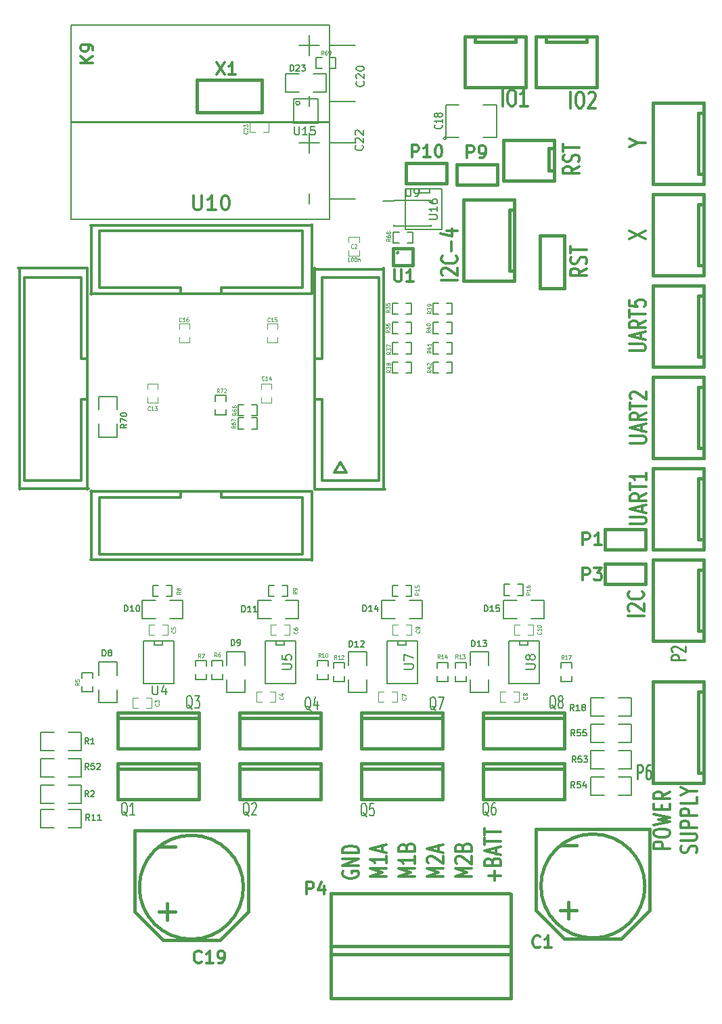
<source format=gto>
G04 #@! TF.FileFunction,Legend,Top*
%FSLAX46Y46*%
G04 Gerber Fmt 4.6, Leading zero omitted, Abs format (unit mm)*
G04 Created by KiCad (PCBNEW 4.0.7) date 03/26/18 23:13:48*
%MOMM*%
%LPD*%
G01*
G04 APERTURE LIST*
%ADD10C,0.150000*%
%ADD11C,0.304800*%
%ADD12C,0.381000*%
%ADD13C,0.119380*%
%ADD14C,0.127000*%
%ADD15C,0.152400*%
%ADD16C,0.203200*%
%ADD17C,0.114300*%
%ADD18C,0.271780*%
G04 APERTURE END LIST*
D10*
D11*
X153268438Y-58517972D02*
X152300819Y-59025972D01*
X153268438Y-59388829D02*
X151236438Y-59388829D01*
X151236438Y-58808257D01*
X151333200Y-58663115D01*
X151429962Y-58590543D01*
X151623486Y-58517972D01*
X151913771Y-58517972D01*
X152107295Y-58590543D01*
X152204057Y-58663115D01*
X152300819Y-58808257D01*
X152300819Y-59388829D01*
X153171676Y-57937400D02*
X153268438Y-57719686D01*
X153268438Y-57356829D01*
X153171676Y-57211686D01*
X153074914Y-57139115D01*
X152881390Y-57066543D01*
X152687867Y-57066543D01*
X152494343Y-57139115D01*
X152397581Y-57211686D01*
X152300819Y-57356829D01*
X152204057Y-57647115D01*
X152107295Y-57792257D01*
X152010533Y-57864829D01*
X151817010Y-57937400D01*
X151623486Y-57937400D01*
X151429962Y-57864829D01*
X151333200Y-57792257D01*
X151236438Y-57647115D01*
X151236438Y-57284257D01*
X151333200Y-57066543D01*
X151236438Y-56631114D02*
X151236438Y-55760257D01*
X153268438Y-56195686D02*
X151236438Y-56195686D01*
X154157438Y-71294172D02*
X153189819Y-71802172D01*
X154157438Y-72165029D02*
X152125438Y-72165029D01*
X152125438Y-71584457D01*
X152222200Y-71439315D01*
X152318962Y-71366743D01*
X152512486Y-71294172D01*
X152802771Y-71294172D01*
X152996295Y-71366743D01*
X153093057Y-71439315D01*
X153189819Y-71584457D01*
X153189819Y-72165029D01*
X154060676Y-70713600D02*
X154157438Y-70495886D01*
X154157438Y-70133029D01*
X154060676Y-69987886D01*
X153963914Y-69915315D01*
X153770390Y-69842743D01*
X153576867Y-69842743D01*
X153383343Y-69915315D01*
X153286581Y-69987886D01*
X153189819Y-70133029D01*
X153093057Y-70423315D01*
X152996295Y-70568457D01*
X152899533Y-70641029D01*
X152706010Y-70713600D01*
X152512486Y-70713600D01*
X152318962Y-70641029D01*
X152222200Y-70568457D01*
X152125438Y-70423315D01*
X152125438Y-70060457D01*
X152222200Y-69842743D01*
X152125438Y-69407314D02*
X152125438Y-68536457D01*
X154157438Y-68971886D02*
X152125438Y-68971886D01*
X138003038Y-72778257D02*
X135971038Y-72778257D01*
X136164562Y-72125114D02*
X136067800Y-72052543D01*
X135971038Y-71907400D01*
X135971038Y-71544543D01*
X136067800Y-71399400D01*
X136164562Y-71326829D01*
X136358086Y-71254257D01*
X136551610Y-71254257D01*
X136841895Y-71326829D01*
X138003038Y-72197686D01*
X138003038Y-71254257D01*
X137809514Y-69730257D02*
X137906276Y-69802828D01*
X138003038Y-70020542D01*
X138003038Y-70165685D01*
X137906276Y-70383400D01*
X137712752Y-70528542D01*
X137519229Y-70601114D01*
X137132181Y-70673685D01*
X136841895Y-70673685D01*
X136454848Y-70601114D01*
X136261324Y-70528542D01*
X136067800Y-70383400D01*
X135971038Y-70165685D01*
X135971038Y-70020542D01*
X136067800Y-69802828D01*
X136164562Y-69730257D01*
X137228943Y-69077114D02*
X137228943Y-67915971D01*
X136648371Y-66537114D02*
X138003038Y-66537114D01*
X135874276Y-66899971D02*
X137325705Y-67262828D01*
X137325705Y-66319400D01*
X139755638Y-147385314D02*
X137723638Y-147385314D01*
X139175067Y-146877314D01*
X137723638Y-146369314D01*
X139755638Y-146369314D01*
X137917162Y-145716171D02*
X137820400Y-145643600D01*
X137723638Y-145498457D01*
X137723638Y-145135600D01*
X137820400Y-144990457D01*
X137917162Y-144917886D01*
X138110686Y-144845314D01*
X138304210Y-144845314D01*
X138594495Y-144917886D01*
X139755638Y-145788743D01*
X139755638Y-144845314D01*
X138691257Y-143684171D02*
X138788019Y-143466457D01*
X138884781Y-143393885D01*
X139078305Y-143321314D01*
X139368590Y-143321314D01*
X139562114Y-143393885D01*
X139658876Y-143466457D01*
X139755638Y-143611599D01*
X139755638Y-144192171D01*
X137723638Y-144192171D01*
X137723638Y-143684171D01*
X137820400Y-143539028D01*
X137917162Y-143466457D01*
X138110686Y-143393885D01*
X138304210Y-143393885D01*
X138497733Y-143466457D01*
X138594495Y-143539028D01*
X138691257Y-143684171D01*
X138691257Y-144192171D01*
X132694438Y-147385314D02*
X130662438Y-147385314D01*
X132113867Y-146877314D01*
X130662438Y-146369314D01*
X132694438Y-146369314D01*
X132694438Y-144845314D02*
X132694438Y-145716171D01*
X132694438Y-145280743D02*
X130662438Y-145280743D01*
X130952724Y-145425886D01*
X131146248Y-145571028D01*
X131243010Y-145716171D01*
X131630057Y-143684171D02*
X131726819Y-143466457D01*
X131823581Y-143393885D01*
X132017105Y-143321314D01*
X132307390Y-143321314D01*
X132500914Y-143393885D01*
X132597676Y-143466457D01*
X132694438Y-143611599D01*
X132694438Y-144192171D01*
X130662438Y-144192171D01*
X130662438Y-143684171D01*
X130759200Y-143539028D01*
X130855962Y-143466457D01*
X131049486Y-143393885D01*
X131243010Y-143393885D01*
X131436533Y-143466457D01*
X131533295Y-143539028D01*
X131630057Y-143684171D01*
X131630057Y-144192171D01*
X164596838Y-143854714D02*
X162564838Y-143854714D01*
X162564838Y-143274142D01*
X162661600Y-143129000D01*
X162758362Y-143056428D01*
X162951886Y-142983857D01*
X163242171Y-142983857D01*
X163435695Y-143056428D01*
X163532457Y-143129000D01*
X163629219Y-143274142D01*
X163629219Y-143854714D01*
X162564838Y-142040428D02*
X162564838Y-141750142D01*
X162661600Y-141605000D01*
X162855124Y-141459857D01*
X163242171Y-141387285D01*
X163919505Y-141387285D01*
X164306552Y-141459857D01*
X164500076Y-141605000D01*
X164596838Y-141750142D01*
X164596838Y-142040428D01*
X164500076Y-142185571D01*
X164306552Y-142330714D01*
X163919505Y-142403285D01*
X163242171Y-142403285D01*
X162855124Y-142330714D01*
X162661600Y-142185571D01*
X162564838Y-142040428D01*
X162564838Y-140879286D02*
X164596838Y-140516429D01*
X163145410Y-140226143D01*
X164596838Y-139935857D01*
X162564838Y-139573000D01*
X163532457Y-138992429D02*
X163532457Y-138484429D01*
X164596838Y-138266715D02*
X164596838Y-138992429D01*
X162564838Y-138992429D01*
X162564838Y-138266715D01*
X164596838Y-136742715D02*
X163629219Y-137250715D01*
X164596838Y-137613572D02*
X162564838Y-137613572D01*
X162564838Y-137033000D01*
X162661600Y-136887858D01*
X162758362Y-136815286D01*
X162951886Y-136742715D01*
X163242171Y-136742715D01*
X163435695Y-136815286D01*
X163532457Y-136887858D01*
X163629219Y-137033000D01*
X163629219Y-137613572D01*
X167852876Y-144362714D02*
X167949638Y-144145000D01*
X167949638Y-143782143D01*
X167852876Y-143637000D01*
X167756114Y-143564429D01*
X167562590Y-143491857D01*
X167369067Y-143491857D01*
X167175543Y-143564429D01*
X167078781Y-143637000D01*
X166982019Y-143782143D01*
X166885257Y-144072429D01*
X166788495Y-144217571D01*
X166691733Y-144290143D01*
X166498210Y-144362714D01*
X166304686Y-144362714D01*
X166111162Y-144290143D01*
X166014400Y-144217571D01*
X165917638Y-144072429D01*
X165917638Y-143709571D01*
X166014400Y-143491857D01*
X165917638Y-142838714D02*
X167562590Y-142838714D01*
X167756114Y-142766142D01*
X167852876Y-142693571D01*
X167949638Y-142548428D01*
X167949638Y-142258142D01*
X167852876Y-142113000D01*
X167756114Y-142040428D01*
X167562590Y-141967857D01*
X165917638Y-141967857D01*
X167949638Y-141242143D02*
X165917638Y-141242143D01*
X165917638Y-140661571D01*
X166014400Y-140516429D01*
X166111162Y-140443857D01*
X166304686Y-140371286D01*
X166594971Y-140371286D01*
X166788495Y-140443857D01*
X166885257Y-140516429D01*
X166982019Y-140661571D01*
X166982019Y-141242143D01*
X167949638Y-139718143D02*
X165917638Y-139718143D01*
X165917638Y-139137571D01*
X166014400Y-138992429D01*
X166111162Y-138919857D01*
X166304686Y-138847286D01*
X166594971Y-138847286D01*
X166788495Y-138919857D01*
X166885257Y-138992429D01*
X166982019Y-139137571D01*
X166982019Y-139718143D01*
X167949638Y-137468429D02*
X167949638Y-138194143D01*
X165917638Y-138194143D01*
X166982019Y-136670143D02*
X167949638Y-136670143D01*
X165917638Y-137178143D02*
X166982019Y-136670143D01*
X165917638Y-136162143D01*
X142639143Y-147860657D02*
X142639143Y-146699514D01*
X143413238Y-147280085D02*
X141865048Y-147280085D01*
X142348857Y-145465800D02*
X142445619Y-145248086D01*
X142542381Y-145175514D01*
X142735905Y-145102943D01*
X143026190Y-145102943D01*
X143219714Y-145175514D01*
X143316476Y-145248086D01*
X143413238Y-145393228D01*
X143413238Y-145973800D01*
X141381238Y-145973800D01*
X141381238Y-145465800D01*
X141478000Y-145320657D01*
X141574762Y-145248086D01*
X141768286Y-145175514D01*
X141961810Y-145175514D01*
X142155333Y-145248086D01*
X142252095Y-145320657D01*
X142348857Y-145465800D01*
X142348857Y-145973800D01*
X142832667Y-144522371D02*
X142832667Y-143796657D01*
X143413238Y-144667514D02*
X141381238Y-144159514D01*
X143413238Y-143651514D01*
X141381238Y-143361228D02*
X141381238Y-142490371D01*
X143413238Y-142925800D02*
X141381238Y-142925800D01*
X141381238Y-142200085D02*
X141381238Y-141329228D01*
X143413238Y-141764657D02*
X141381238Y-141764657D01*
X123698000Y-146703142D02*
X123601238Y-146848285D01*
X123601238Y-147065999D01*
X123698000Y-147283714D01*
X123891524Y-147428856D01*
X124085048Y-147501428D01*
X124472095Y-147573999D01*
X124762381Y-147573999D01*
X125149429Y-147501428D01*
X125342952Y-147428856D01*
X125536476Y-147283714D01*
X125633238Y-147065999D01*
X125633238Y-146920856D01*
X125536476Y-146703142D01*
X125439714Y-146630571D01*
X124762381Y-146630571D01*
X124762381Y-146920856D01*
X125633238Y-145977428D02*
X123601238Y-145977428D01*
X125633238Y-145106571D01*
X123601238Y-145106571D01*
X125633238Y-144380857D02*
X123601238Y-144380857D01*
X123601238Y-144018000D01*
X123698000Y-143800285D01*
X123891524Y-143655143D01*
X124085048Y-143582571D01*
X124472095Y-143510000D01*
X124762381Y-143510000D01*
X125149429Y-143582571D01*
X125342952Y-143655143D01*
X125536476Y-143800285D01*
X125633238Y-144018000D01*
X125633238Y-144380857D01*
X159567638Y-93123657D02*
X161212590Y-93123657D01*
X161406114Y-93051085D01*
X161502876Y-92978514D01*
X161599638Y-92833371D01*
X161599638Y-92543085D01*
X161502876Y-92397943D01*
X161406114Y-92325371D01*
X161212590Y-92252800D01*
X159567638Y-92252800D01*
X161019067Y-91599657D02*
X161019067Y-90873943D01*
X161599638Y-91744800D02*
X159567638Y-91236800D01*
X161599638Y-90728800D01*
X161599638Y-89349943D02*
X160632019Y-89857943D01*
X161599638Y-90220800D02*
X159567638Y-90220800D01*
X159567638Y-89640228D01*
X159664400Y-89495086D01*
X159761162Y-89422514D01*
X159954686Y-89349943D01*
X160244971Y-89349943D01*
X160438495Y-89422514D01*
X160535257Y-89495086D01*
X160632019Y-89640228D01*
X160632019Y-90220800D01*
X159567638Y-88914514D02*
X159567638Y-88043657D01*
X161599638Y-88479086D02*
X159567638Y-88479086D01*
X159761162Y-87608228D02*
X159664400Y-87535657D01*
X159567638Y-87390514D01*
X159567638Y-87027657D01*
X159664400Y-86882514D01*
X159761162Y-86809943D01*
X159954686Y-86737371D01*
X160148210Y-86737371D01*
X160438495Y-86809943D01*
X161599638Y-87680800D01*
X161599638Y-86737371D01*
X159516838Y-81592057D02*
X161161790Y-81592057D01*
X161355314Y-81519485D01*
X161452076Y-81446914D01*
X161548838Y-81301771D01*
X161548838Y-81011485D01*
X161452076Y-80866343D01*
X161355314Y-80793771D01*
X161161790Y-80721200D01*
X159516838Y-80721200D01*
X160968267Y-80068057D02*
X160968267Y-79342343D01*
X161548838Y-80213200D02*
X159516838Y-79705200D01*
X161548838Y-79197200D01*
X161548838Y-77818343D02*
X160581219Y-78326343D01*
X161548838Y-78689200D02*
X159516838Y-78689200D01*
X159516838Y-78108628D01*
X159613600Y-77963486D01*
X159710362Y-77890914D01*
X159903886Y-77818343D01*
X160194171Y-77818343D01*
X160387695Y-77890914D01*
X160484457Y-77963486D01*
X160581219Y-78108628D01*
X160581219Y-78689200D01*
X159516838Y-77382914D02*
X159516838Y-76512057D01*
X161548838Y-76947486D02*
X159516838Y-76947486D01*
X159516838Y-75278343D02*
X159516838Y-76004057D01*
X160484457Y-76076628D01*
X160387695Y-76004057D01*
X160290933Y-75858914D01*
X160290933Y-75496057D01*
X160387695Y-75350914D01*
X160484457Y-75278343D01*
X160677981Y-75205771D01*
X161161790Y-75205771D01*
X161355314Y-75278343D01*
X161452076Y-75350914D01*
X161548838Y-75496057D01*
X161548838Y-75858914D01*
X161452076Y-76004057D01*
X161355314Y-76076628D01*
X159618438Y-103232857D02*
X161263390Y-103232857D01*
X161456914Y-103160285D01*
X161553676Y-103087714D01*
X161650438Y-102942571D01*
X161650438Y-102652285D01*
X161553676Y-102507143D01*
X161456914Y-102434571D01*
X161263390Y-102362000D01*
X159618438Y-102362000D01*
X161069867Y-101708857D02*
X161069867Y-100983143D01*
X161650438Y-101854000D02*
X159618438Y-101346000D01*
X161650438Y-100838000D01*
X161650438Y-99459143D02*
X160682819Y-99967143D01*
X161650438Y-100330000D02*
X159618438Y-100330000D01*
X159618438Y-99749428D01*
X159715200Y-99604286D01*
X159811962Y-99531714D01*
X160005486Y-99459143D01*
X160295771Y-99459143D01*
X160489295Y-99531714D01*
X160586057Y-99604286D01*
X160682819Y-99749428D01*
X160682819Y-100330000D01*
X159618438Y-99023714D02*
X159618438Y-98152857D01*
X161650438Y-98588286D02*
X159618438Y-98588286D01*
X161650438Y-96846571D02*
X161650438Y-97717428D01*
X161650438Y-97282000D02*
X159618438Y-97282000D01*
X159908724Y-97427143D01*
X160102248Y-97572285D01*
X160199010Y-97717428D01*
X129138438Y-147327257D02*
X127106438Y-147327257D01*
X128557867Y-146819257D01*
X127106438Y-146311257D01*
X129138438Y-146311257D01*
X129138438Y-144787257D02*
X129138438Y-145658114D01*
X129138438Y-145222686D02*
X127106438Y-145222686D01*
X127396724Y-145367829D01*
X127590248Y-145512971D01*
X127687010Y-145658114D01*
X128557867Y-144206685D02*
X128557867Y-143480971D01*
X129138438Y-144351828D02*
X127106438Y-143843828D01*
X129138438Y-143335828D01*
X136199638Y-147327257D02*
X134167638Y-147327257D01*
X135619067Y-146819257D01*
X134167638Y-146311257D01*
X136199638Y-146311257D01*
X134361162Y-145658114D02*
X134264400Y-145585543D01*
X134167638Y-145440400D01*
X134167638Y-145077543D01*
X134264400Y-144932400D01*
X134361162Y-144859829D01*
X134554686Y-144787257D01*
X134748210Y-144787257D01*
X135038495Y-144859829D01*
X136199638Y-145730686D01*
X136199638Y-144787257D01*
X135619067Y-144206685D02*
X135619067Y-143480971D01*
X136199638Y-144351828D02*
X134167638Y-143843828D01*
X136199638Y-143335828D01*
X161320238Y-114771714D02*
X159288238Y-114771714D01*
X159481762Y-114118571D02*
X159385000Y-114046000D01*
X159288238Y-113900857D01*
X159288238Y-113538000D01*
X159385000Y-113392857D01*
X159481762Y-113320286D01*
X159675286Y-113247714D01*
X159868810Y-113247714D01*
X160159095Y-113320286D01*
X161320238Y-114191143D01*
X161320238Y-113247714D01*
X161126714Y-111723714D02*
X161223476Y-111796285D01*
X161320238Y-112013999D01*
X161320238Y-112159142D01*
X161223476Y-112376857D01*
X161029952Y-112521999D01*
X160836429Y-112594571D01*
X160449381Y-112667142D01*
X160159095Y-112667142D01*
X159772048Y-112594571D01*
X159578524Y-112521999D01*
X159385000Y-112376857D01*
X159288238Y-112159142D01*
X159288238Y-112013999D01*
X159385000Y-111796285D01*
X159481762Y-111723714D01*
X159516838Y-67564000D02*
X161548838Y-66548000D01*
X159516838Y-66548000D02*
X161548838Y-67564000D01*
X160581219Y-55600600D02*
X161548838Y-55600600D01*
X159516838Y-56108600D02*
X160581219Y-55600600D01*
X159516838Y-55092600D01*
X143637000Y-50957238D02*
X143637000Y-48925238D01*
X144653000Y-48925238D02*
X144943286Y-48925238D01*
X145088428Y-49022000D01*
X145233571Y-49215524D01*
X145306143Y-49602571D01*
X145306143Y-50279905D01*
X145233571Y-50666952D01*
X145088428Y-50860476D01*
X144943286Y-50957238D01*
X144653000Y-50957238D01*
X144507857Y-50860476D01*
X144362714Y-50666952D01*
X144290143Y-50279905D01*
X144290143Y-49602571D01*
X144362714Y-49215524D01*
X144507857Y-49022000D01*
X144653000Y-48925238D01*
X146757571Y-50957238D02*
X145886714Y-50957238D01*
X146322142Y-50957238D02*
X146322142Y-48925238D01*
X146176999Y-49215524D01*
X146031857Y-49409048D01*
X145886714Y-49505810D01*
X152146000Y-51211238D02*
X152146000Y-49179238D01*
X153162000Y-49179238D02*
X153452286Y-49179238D01*
X153597428Y-49276000D01*
X153742571Y-49469524D01*
X153815143Y-49856571D01*
X153815143Y-50533905D01*
X153742571Y-50920952D01*
X153597428Y-51114476D01*
X153452286Y-51211238D01*
X153162000Y-51211238D01*
X153016857Y-51114476D01*
X152871714Y-50920952D01*
X152799143Y-50533905D01*
X152799143Y-49856571D01*
X152871714Y-49469524D01*
X153016857Y-49276000D01*
X153162000Y-49179238D01*
X154395714Y-49372762D02*
X154468285Y-49276000D01*
X154613428Y-49179238D01*
X154976285Y-49179238D01*
X155121428Y-49276000D01*
X155193999Y-49372762D01*
X155266571Y-49566286D01*
X155266571Y-49759810D01*
X155193999Y-50050095D01*
X154323142Y-51211238D01*
X155266571Y-51211238D01*
D12*
X95504000Y-127508000D02*
X95504000Y-126873000D01*
X95504000Y-126873000D02*
X105664000Y-126873000D01*
X105664000Y-126873000D02*
X105664000Y-127508000D01*
X95504000Y-131318000D02*
X95504000Y-127508000D01*
X95504000Y-127508000D02*
X105664000Y-127508000D01*
X105664000Y-127508000D02*
X105664000Y-131318000D01*
X105664000Y-131318000D02*
X95504000Y-131318000D01*
X141224000Y-133858000D02*
X141224000Y-133223000D01*
X141224000Y-133223000D02*
X151384000Y-133223000D01*
X151384000Y-133223000D02*
X151384000Y-133858000D01*
X141224000Y-137668000D02*
X141224000Y-133858000D01*
X141224000Y-133858000D02*
X151384000Y-133858000D01*
X151384000Y-133858000D02*
X151384000Y-137668000D01*
X151384000Y-137668000D02*
X141224000Y-137668000D01*
X141224000Y-127508000D02*
X141224000Y-126873000D01*
X141224000Y-126873000D02*
X151384000Y-126873000D01*
X151384000Y-126873000D02*
X151384000Y-127508000D01*
X141224000Y-131318000D02*
X141224000Y-127508000D01*
X141224000Y-127508000D02*
X151384000Y-127508000D01*
X151384000Y-127508000D02*
X151384000Y-131318000D01*
X151384000Y-131318000D02*
X141224000Y-131318000D01*
X110744000Y-133858000D02*
X110744000Y-133223000D01*
X110744000Y-133223000D02*
X120904000Y-133223000D01*
X120904000Y-133223000D02*
X120904000Y-133858000D01*
X110744000Y-137668000D02*
X110744000Y-133858000D01*
X110744000Y-133858000D02*
X120904000Y-133858000D01*
X120904000Y-133858000D02*
X120904000Y-137668000D01*
X120904000Y-137668000D02*
X110744000Y-137668000D01*
X110744000Y-127508000D02*
X110744000Y-126873000D01*
X110744000Y-126873000D02*
X120904000Y-126873000D01*
X120904000Y-126873000D02*
X120904000Y-127508000D01*
X110744000Y-131318000D02*
X110744000Y-127508000D01*
X110744000Y-127508000D02*
X120904000Y-127508000D01*
X120904000Y-127508000D02*
X120904000Y-131318000D01*
X120904000Y-131318000D02*
X110744000Y-131318000D01*
X125984000Y-127508000D02*
X125984000Y-126873000D01*
X125984000Y-126873000D02*
X136144000Y-126873000D01*
X136144000Y-126873000D02*
X136144000Y-127508000D01*
X125984000Y-131318000D02*
X125984000Y-127508000D01*
X125984000Y-127508000D02*
X136144000Y-127508000D01*
X136144000Y-127508000D02*
X136144000Y-131318000D01*
X136144000Y-131318000D02*
X125984000Y-131318000D01*
X95504000Y-133858000D02*
X95504000Y-133223000D01*
X95504000Y-133223000D02*
X105664000Y-133223000D01*
X105664000Y-133223000D02*
X105664000Y-133858000D01*
X95504000Y-137668000D02*
X95504000Y-133858000D01*
X95504000Y-133858000D02*
X105664000Y-133858000D01*
X105664000Y-133858000D02*
X105664000Y-137668000D01*
X105664000Y-137668000D02*
X95504000Y-137668000D01*
X125984000Y-133858000D02*
X125984000Y-133223000D01*
X125984000Y-133223000D02*
X136144000Y-133223000D01*
X136144000Y-133223000D02*
X136144000Y-133858000D01*
X125984000Y-137668000D02*
X125984000Y-133858000D01*
X125984000Y-133858000D02*
X136144000Y-133858000D01*
X136144000Y-133858000D02*
X136144000Y-137668000D01*
X136144000Y-137668000D02*
X125984000Y-137668000D01*
D13*
X146804380Y-117109240D02*
X147502880Y-117109240D01*
X145803620Y-117109240D02*
X145105120Y-117109240D01*
X146804380Y-115808760D02*
X147502880Y-115808760D01*
X145105120Y-115808760D02*
X145803620Y-115808760D01*
X147502880Y-115824000D02*
X147502880Y-117094000D01*
X145105120Y-117094000D02*
X145105120Y-115824000D01*
X116324380Y-117109240D02*
X117022880Y-117109240D01*
X115323620Y-117109240D02*
X114625120Y-117109240D01*
X116324380Y-115808760D02*
X117022880Y-115808760D01*
X114625120Y-115808760D02*
X115323620Y-115808760D01*
X117022880Y-115824000D02*
X117022880Y-117094000D01*
X114625120Y-117094000D02*
X114625120Y-115824000D01*
X145026380Y-125491240D02*
X145724880Y-125491240D01*
X144025620Y-125491240D02*
X143327120Y-125491240D01*
X145026380Y-124190760D02*
X145724880Y-124190760D01*
X143327120Y-124190760D02*
X144025620Y-124190760D01*
X145724880Y-124206000D02*
X145724880Y-125476000D01*
X143327120Y-125476000D02*
X143327120Y-124206000D01*
X99052380Y-126253240D02*
X99750880Y-126253240D01*
X98051620Y-126253240D02*
X97353120Y-126253240D01*
X99052380Y-124952760D02*
X99750880Y-124952760D01*
X97353120Y-124952760D02*
X98051620Y-124952760D01*
X99750880Y-124968000D02*
X99750880Y-126238000D01*
X97353120Y-126238000D02*
X97353120Y-124968000D01*
X114157760Y-79875380D02*
X114157760Y-80573880D01*
X114157760Y-78874620D02*
X114157760Y-78176120D01*
X115458240Y-79875380D02*
X115458240Y-80573880D01*
X115458240Y-78176120D02*
X115458240Y-78874620D01*
X115443000Y-80573880D02*
X114173000Y-80573880D01*
X114173000Y-78176120D02*
X115443000Y-78176120D01*
X103184960Y-79849980D02*
X103184960Y-80548480D01*
X103184960Y-78849220D02*
X103184960Y-78150720D01*
X104485440Y-79849980D02*
X104485440Y-80548480D01*
X104485440Y-78150720D02*
X104485440Y-78849220D01*
X104470200Y-80548480D02*
X103200200Y-80548480D01*
X103200200Y-78150720D02*
X104470200Y-78150720D01*
X129786380Y-125491240D02*
X130484880Y-125491240D01*
X128785620Y-125491240D02*
X128087120Y-125491240D01*
X129786380Y-124190760D02*
X130484880Y-124190760D01*
X128087120Y-124190760D02*
X128785620Y-124190760D01*
X130484880Y-124206000D02*
X130484880Y-125476000D01*
X128087120Y-125476000D02*
X128087120Y-124206000D01*
X114546380Y-125491240D02*
X115244880Y-125491240D01*
X113545620Y-125491240D02*
X112847120Y-125491240D01*
X114546380Y-124190760D02*
X115244880Y-124190760D01*
X112847120Y-124190760D02*
X113545620Y-124190760D01*
X115244880Y-124206000D02*
X115244880Y-125476000D01*
X112847120Y-125476000D02*
X112847120Y-124206000D01*
X101084380Y-117109240D02*
X101782880Y-117109240D01*
X100083620Y-117109240D02*
X99385120Y-117109240D01*
X101084380Y-115808760D02*
X101782880Y-115808760D01*
X99385120Y-115808760D02*
X100083620Y-115808760D01*
X101782880Y-115824000D02*
X101782880Y-117094000D01*
X99385120Y-117094000D02*
X99385120Y-115824000D01*
X131564380Y-117109240D02*
X132262880Y-117109240D01*
X130563620Y-117109240D02*
X129865120Y-117109240D01*
X131564380Y-115808760D02*
X132262880Y-115808760D01*
X129865120Y-115808760D02*
X130563620Y-115808760D01*
X132262880Y-115824000D02*
X132262880Y-117094000D01*
X129865120Y-117094000D02*
X129865120Y-115824000D01*
X100472240Y-86367620D02*
X100472240Y-85669120D01*
X100472240Y-87368380D02*
X100472240Y-88066880D01*
X99171760Y-86367620D02*
X99171760Y-85669120D01*
X99171760Y-88066880D02*
X99171760Y-87368380D01*
X99187000Y-85669120D02*
X100457000Y-85669120D01*
X100457000Y-88066880D02*
X99187000Y-88066880D01*
X114696240Y-86367620D02*
X114696240Y-85669120D01*
X114696240Y-87368380D02*
X114696240Y-88066880D01*
X113395760Y-86367620D02*
X113395760Y-85669120D01*
X113395760Y-88066880D02*
X113395760Y-87368380D01*
X113411000Y-85669120D02*
X114681000Y-85669120D01*
X114681000Y-88066880D02*
X113411000Y-88066880D01*
D14*
X107251500Y-122039380D02*
X107251500Y-122745500D01*
X107251500Y-122745500D02*
X108648500Y-122745500D01*
X108648500Y-122745500D02*
X108648500Y-122039380D01*
X107251500Y-120332500D02*
X107251500Y-121038620D01*
X107251500Y-120332500D02*
X108648500Y-120332500D01*
X108648500Y-120332500D02*
X108648500Y-121038620D01*
X115069620Y-110934500D02*
X114363500Y-110934500D01*
X114363500Y-110934500D02*
X114363500Y-112331500D01*
X114363500Y-112331500D02*
X115069620Y-112331500D01*
X116776500Y-110934500D02*
X116070380Y-110934500D01*
X116776500Y-110934500D02*
X116776500Y-112331500D01*
X116776500Y-112331500D02*
X116070380Y-112331500D01*
X100591620Y-110934500D02*
X99885500Y-110934500D01*
X99885500Y-110934500D02*
X99885500Y-112331500D01*
X99885500Y-112331500D02*
X100591620Y-112331500D01*
X102298500Y-110934500D02*
X101592380Y-110934500D01*
X102298500Y-110934500D02*
X102298500Y-112331500D01*
X102298500Y-112331500D02*
X101592380Y-112331500D01*
X120459500Y-122039380D02*
X120459500Y-122745500D01*
X120459500Y-122745500D02*
X121856500Y-122745500D01*
X121856500Y-122745500D02*
X121856500Y-122039380D01*
X120459500Y-120332500D02*
X120459500Y-121038620D01*
X120459500Y-120332500D02*
X121856500Y-120332500D01*
X121856500Y-120332500D02*
X121856500Y-121038620D01*
X150939500Y-122293380D02*
X150939500Y-122999500D01*
X150939500Y-122999500D02*
X152336500Y-122999500D01*
X152336500Y-122999500D02*
X152336500Y-122293380D01*
X150939500Y-120586500D02*
X150939500Y-121292620D01*
X150939500Y-120586500D02*
X152336500Y-120586500D01*
X152336500Y-120586500D02*
X152336500Y-121292620D01*
X137731500Y-122293380D02*
X137731500Y-122999500D01*
X137731500Y-122999500D02*
X139128500Y-122999500D01*
X139128500Y-122999500D02*
X139128500Y-122293380D01*
X137731500Y-120586500D02*
X137731500Y-121292620D01*
X137731500Y-120586500D02*
X139128500Y-120586500D01*
X139128500Y-120586500D02*
X139128500Y-121292620D01*
X144533620Y-110807500D02*
X143827500Y-110807500D01*
X143827500Y-110807500D02*
X143827500Y-112204500D01*
X143827500Y-112204500D02*
X144533620Y-112204500D01*
X146240500Y-110807500D02*
X145534380Y-110807500D01*
X146240500Y-110807500D02*
X146240500Y-112204500D01*
X146240500Y-112204500D02*
X145534380Y-112204500D01*
X130563620Y-110934500D02*
X129857500Y-110934500D01*
X129857500Y-110934500D02*
X129857500Y-112331500D01*
X129857500Y-112331500D02*
X130563620Y-112331500D01*
X132270500Y-110934500D02*
X131564380Y-110934500D01*
X132270500Y-110934500D02*
X132270500Y-112331500D01*
X132270500Y-112331500D02*
X131564380Y-112331500D01*
X122491500Y-122293380D02*
X122491500Y-122999500D01*
X122491500Y-122999500D02*
X123888500Y-122999500D01*
X123888500Y-122999500D02*
X123888500Y-122293380D01*
X122491500Y-120586500D02*
X122491500Y-121292620D01*
X122491500Y-120586500D02*
X123888500Y-120586500D01*
X123888500Y-120586500D02*
X123888500Y-121292620D01*
X135445500Y-122293380D02*
X135445500Y-122999500D01*
X135445500Y-122999500D02*
X136842500Y-122999500D01*
X136842500Y-122999500D02*
X136842500Y-122293380D01*
X135445500Y-120586500D02*
X135445500Y-121292620D01*
X135445500Y-120586500D02*
X136842500Y-120586500D01*
X136842500Y-120586500D02*
X136842500Y-121292620D01*
X90995500Y-123563380D02*
X90995500Y-124269500D01*
X90995500Y-124269500D02*
X92392500Y-124269500D01*
X92392500Y-124269500D02*
X92392500Y-123563380D01*
X90995500Y-121856500D02*
X90995500Y-122562620D01*
X90995500Y-121856500D02*
X92392500Y-121856500D01*
X92392500Y-121856500D02*
X92392500Y-122562620D01*
X130563620Y-75628500D02*
X129857500Y-75628500D01*
X129857500Y-75628500D02*
X129857500Y-77025500D01*
X129857500Y-77025500D02*
X130563620Y-77025500D01*
X132270500Y-75628500D02*
X131564380Y-75628500D01*
X132270500Y-75628500D02*
X132270500Y-77025500D01*
X132270500Y-77025500D02*
X131564380Y-77025500D01*
X130563620Y-78041500D02*
X129857500Y-78041500D01*
X129857500Y-78041500D02*
X129857500Y-79438500D01*
X129857500Y-79438500D02*
X130563620Y-79438500D01*
X132270500Y-78041500D02*
X131564380Y-78041500D01*
X132270500Y-78041500D02*
X132270500Y-79438500D01*
X132270500Y-79438500D02*
X131564380Y-79438500D01*
X130563620Y-80581500D02*
X129857500Y-80581500D01*
X129857500Y-80581500D02*
X129857500Y-81978500D01*
X129857500Y-81978500D02*
X130563620Y-81978500D01*
X132270500Y-80581500D02*
X131564380Y-80581500D01*
X132270500Y-80581500D02*
X132270500Y-81978500D01*
X132270500Y-81978500D02*
X131564380Y-81978500D01*
X130563620Y-82994500D02*
X129857500Y-82994500D01*
X129857500Y-82994500D02*
X129857500Y-84391500D01*
X129857500Y-84391500D02*
X130563620Y-84391500D01*
X132270500Y-82994500D02*
X131564380Y-82994500D01*
X132270500Y-82994500D02*
X132270500Y-84391500D01*
X132270500Y-84391500D02*
X131564380Y-84391500D01*
X135643620Y-75628500D02*
X134937500Y-75628500D01*
X134937500Y-75628500D02*
X134937500Y-77025500D01*
X134937500Y-77025500D02*
X135643620Y-77025500D01*
X137350500Y-75628500D02*
X136644380Y-75628500D01*
X137350500Y-75628500D02*
X137350500Y-77025500D01*
X137350500Y-77025500D02*
X136644380Y-77025500D01*
X135643620Y-78041500D02*
X134937500Y-78041500D01*
X134937500Y-78041500D02*
X134937500Y-79438500D01*
X134937500Y-79438500D02*
X135643620Y-79438500D01*
X137350500Y-78041500D02*
X136644380Y-78041500D01*
X137350500Y-78041500D02*
X137350500Y-79438500D01*
X137350500Y-79438500D02*
X136644380Y-79438500D01*
X135643620Y-80581500D02*
X134937500Y-80581500D01*
X134937500Y-80581500D02*
X134937500Y-81978500D01*
X134937500Y-81978500D02*
X135643620Y-81978500D01*
X137350500Y-80581500D02*
X136644380Y-80581500D01*
X137350500Y-80581500D02*
X137350500Y-81978500D01*
X137350500Y-81978500D02*
X136644380Y-81978500D01*
X135643620Y-82994500D02*
X134937500Y-82994500D01*
X134937500Y-82994500D02*
X134937500Y-84391500D01*
X134937500Y-84391500D02*
X135643620Y-84391500D01*
X137350500Y-82994500D02*
X136644380Y-82994500D01*
X137350500Y-82994500D02*
X137350500Y-84391500D01*
X137350500Y-84391500D02*
X136644380Y-84391500D01*
X105219500Y-122039380D02*
X105219500Y-122745500D01*
X105219500Y-122745500D02*
X106616500Y-122745500D01*
X106616500Y-122745500D02*
X106616500Y-122039380D01*
X105219500Y-120332500D02*
X105219500Y-121038620D01*
X105219500Y-120332500D02*
X106616500Y-120332500D01*
X106616500Y-120332500D02*
X106616500Y-121038620D01*
X90932000Y-131572000D02*
X90932000Y-129286000D01*
X90932000Y-129286000D02*
X89281000Y-129286000D01*
X87503000Y-131572000D02*
X85852000Y-131572000D01*
X85852000Y-131572000D02*
X85852000Y-129286000D01*
X85852000Y-129286000D02*
X87503000Y-129286000D01*
X89281000Y-131572000D02*
X90932000Y-131572000D01*
X90932000Y-138176000D02*
X90932000Y-135890000D01*
X90932000Y-135890000D02*
X89281000Y-135890000D01*
X87503000Y-138176000D02*
X85852000Y-138176000D01*
X85852000Y-138176000D02*
X85852000Y-135890000D01*
X85852000Y-135890000D02*
X87503000Y-135890000D01*
X89281000Y-138176000D02*
X90932000Y-138176000D01*
X90932000Y-134874000D02*
X90932000Y-132588000D01*
X90932000Y-132588000D02*
X89281000Y-132588000D01*
X87503000Y-134874000D02*
X85852000Y-134874000D01*
X85852000Y-134874000D02*
X85852000Y-132588000D01*
X85852000Y-132588000D02*
X87503000Y-132588000D01*
X89281000Y-134874000D02*
X90932000Y-134874000D01*
X154686000Y-131572000D02*
X154686000Y-133858000D01*
X154686000Y-133858000D02*
X156337000Y-133858000D01*
X158115000Y-131572000D02*
X159766000Y-131572000D01*
X159766000Y-131572000D02*
X159766000Y-133858000D01*
X159766000Y-133858000D02*
X158115000Y-133858000D01*
X156337000Y-131572000D02*
X154686000Y-131572000D01*
X154686000Y-134874000D02*
X154686000Y-137160000D01*
X154686000Y-137160000D02*
X156337000Y-137160000D01*
X158115000Y-134874000D02*
X159766000Y-134874000D01*
X159766000Y-134874000D02*
X159766000Y-137160000D01*
X159766000Y-137160000D02*
X158115000Y-137160000D01*
X156337000Y-134874000D02*
X154686000Y-134874000D01*
X154686000Y-128270000D02*
X154686000Y-130556000D01*
X154686000Y-130556000D02*
X156337000Y-130556000D01*
X158115000Y-128270000D02*
X159766000Y-128270000D01*
X159766000Y-128270000D02*
X159766000Y-130556000D01*
X159766000Y-130556000D02*
X158115000Y-130556000D01*
X156337000Y-128270000D02*
X154686000Y-128270000D01*
X90932000Y-141224000D02*
X90932000Y-138938000D01*
X90932000Y-138938000D02*
X89281000Y-138938000D01*
X87503000Y-141224000D02*
X85852000Y-141224000D01*
X85852000Y-141224000D02*
X85852000Y-138938000D01*
X85852000Y-138938000D02*
X87503000Y-138938000D01*
X89281000Y-141224000D02*
X90932000Y-141224000D01*
X154686000Y-124968000D02*
X154686000Y-127254000D01*
X154686000Y-127254000D02*
X156337000Y-127254000D01*
X158115000Y-124968000D02*
X159766000Y-124968000D01*
X159766000Y-124968000D02*
X159766000Y-127254000D01*
X159766000Y-127254000D02*
X158115000Y-127254000D01*
X156337000Y-124968000D02*
X154686000Y-124968000D01*
X93091000Y-125603000D02*
X95377000Y-125603000D01*
X95377000Y-125603000D02*
X95377000Y-123952000D01*
X93091000Y-122174000D02*
X93091000Y-120523000D01*
X93091000Y-120523000D02*
X95377000Y-120523000D01*
X95377000Y-120523000D02*
X95377000Y-122174000D01*
X93091000Y-123952000D02*
X93091000Y-125603000D01*
X98552000Y-112776000D02*
X98552000Y-115062000D01*
X98552000Y-115062000D02*
X100203000Y-115062000D01*
X101981000Y-112776000D02*
X103632000Y-112776000D01*
X103632000Y-112776000D02*
X103632000Y-115062000D01*
X103632000Y-115062000D02*
X101981000Y-115062000D01*
X100203000Y-112776000D02*
X98552000Y-112776000D01*
X124333000Y-124333000D02*
X126619000Y-124333000D01*
X126619000Y-124333000D02*
X126619000Y-122682000D01*
X124333000Y-120904000D02*
X124333000Y-119253000D01*
X124333000Y-119253000D02*
X126619000Y-119253000D01*
X126619000Y-119253000D02*
X126619000Y-120904000D01*
X124333000Y-122682000D02*
X124333000Y-124333000D01*
X128524000Y-112776000D02*
X128524000Y-115062000D01*
X128524000Y-115062000D02*
X130175000Y-115062000D01*
X131953000Y-112776000D02*
X133604000Y-112776000D01*
X133604000Y-112776000D02*
X133604000Y-115062000D01*
X133604000Y-115062000D02*
X131953000Y-115062000D01*
X130175000Y-112776000D02*
X128524000Y-112776000D01*
X139573000Y-124333000D02*
X141859000Y-124333000D01*
X141859000Y-124333000D02*
X141859000Y-122682000D01*
X139573000Y-120904000D02*
X139573000Y-119253000D01*
X139573000Y-119253000D02*
X141859000Y-119253000D01*
X141859000Y-119253000D02*
X141859000Y-120904000D01*
X139573000Y-122682000D02*
X139573000Y-124333000D01*
X143764000Y-112776000D02*
X143764000Y-115062000D01*
X143764000Y-115062000D02*
X145415000Y-115062000D01*
X147193000Y-112776000D02*
X148844000Y-112776000D01*
X148844000Y-112776000D02*
X148844000Y-115062000D01*
X148844000Y-115062000D02*
X147193000Y-115062000D01*
X145415000Y-112776000D02*
X143764000Y-112776000D01*
X109093000Y-124333000D02*
X111379000Y-124333000D01*
X111379000Y-124333000D02*
X111379000Y-122682000D01*
X109093000Y-120904000D02*
X109093000Y-119253000D01*
X109093000Y-119253000D02*
X111379000Y-119253000D01*
X111379000Y-119253000D02*
X111379000Y-120904000D01*
X109093000Y-122682000D02*
X109093000Y-124333000D01*
X113030000Y-112776000D02*
X113030000Y-115062000D01*
X113030000Y-115062000D02*
X114681000Y-115062000D01*
X116459000Y-112776000D02*
X118110000Y-112776000D01*
X118110000Y-112776000D02*
X118110000Y-115062000D01*
X118110000Y-115062000D02*
X116459000Y-115062000D01*
X114681000Y-112776000D02*
X113030000Y-112776000D01*
X136577605Y-54991000D02*
G75*
G03X136577605Y-54991000I-179605J0D01*
G01*
X141224000Y-54864000D02*
X142875000Y-54864000D01*
X142875000Y-54864000D02*
X142875000Y-50800000D01*
X142875000Y-50800000D02*
X141224000Y-50800000D01*
X138176000Y-50800000D02*
X136525000Y-50800000D01*
X136525000Y-50800000D02*
X136525000Y-54864000D01*
X136525000Y-54864000D02*
X138176000Y-54864000D01*
X114046000Y-117856000D02*
X113919000Y-117856000D01*
X113919000Y-117856000D02*
X113919000Y-123190000D01*
X117729000Y-123190000D02*
X117729000Y-117856000D01*
X117729000Y-117856000D02*
X114046000Y-117856000D01*
X116332000Y-117856000D02*
X116332000Y-118364000D01*
X116332000Y-118364000D02*
X115316000Y-118364000D01*
X115316000Y-118364000D02*
X115316000Y-117856000D01*
X117729000Y-123190000D02*
X113919000Y-123190000D01*
X129286000Y-117856000D02*
X129159000Y-117856000D01*
X129159000Y-117856000D02*
X129159000Y-123190000D01*
X132969000Y-123190000D02*
X132969000Y-117856000D01*
X132969000Y-117856000D02*
X129286000Y-117856000D01*
X131572000Y-117856000D02*
X131572000Y-118364000D01*
X131572000Y-118364000D02*
X130556000Y-118364000D01*
X130556000Y-118364000D02*
X130556000Y-117856000D01*
X132969000Y-123190000D02*
X129159000Y-123190000D01*
X144526000Y-117856000D02*
X144399000Y-117856000D01*
X144399000Y-117856000D02*
X144399000Y-123190000D01*
X148209000Y-123190000D02*
X148209000Y-117856000D01*
X148209000Y-117856000D02*
X144526000Y-117856000D01*
X146812000Y-117856000D02*
X146812000Y-118364000D01*
X146812000Y-118364000D02*
X145796000Y-118364000D01*
X145796000Y-118364000D02*
X145796000Y-117856000D01*
X148209000Y-123190000D02*
X144399000Y-123190000D01*
X98806000Y-117856000D02*
X98679000Y-117856000D01*
X98679000Y-117856000D02*
X98679000Y-123190000D01*
X102489000Y-123190000D02*
X102489000Y-117856000D01*
X102489000Y-117856000D02*
X98806000Y-117856000D01*
X101092000Y-117856000D02*
X101092000Y-118364000D01*
X101092000Y-118364000D02*
X100076000Y-118364000D01*
X100076000Y-118364000D02*
X100076000Y-117856000D01*
X102489000Y-123190000D02*
X98679000Y-123190000D01*
X130690620Y-66738500D02*
X129984500Y-66738500D01*
X129984500Y-66738500D02*
X129984500Y-68135500D01*
X129984500Y-68135500D02*
X130690620Y-68135500D01*
X132397500Y-66738500D02*
X131691380Y-66738500D01*
X132397500Y-66738500D02*
X132397500Y-68135500D01*
X132397500Y-68135500D02*
X131691380Y-68135500D01*
X111259620Y-88328500D02*
X110553500Y-88328500D01*
X110553500Y-88328500D02*
X110553500Y-89725500D01*
X110553500Y-89725500D02*
X111259620Y-89725500D01*
X112966500Y-88328500D02*
X112260380Y-88328500D01*
X112966500Y-88328500D02*
X112966500Y-89725500D01*
X112966500Y-89725500D02*
X112260380Y-89725500D01*
X111259620Y-89979500D02*
X110553500Y-89979500D01*
X110553500Y-89979500D02*
X110553500Y-91376500D01*
X110553500Y-91376500D02*
X111259620Y-91376500D01*
X112966500Y-89979500D02*
X112260380Y-89979500D01*
X112966500Y-89979500D02*
X112966500Y-91376500D01*
X112966500Y-91376500D02*
X112260380Y-91376500D01*
D13*
X125669040Y-68028820D02*
X125669040Y-67330320D01*
X125669040Y-69029580D02*
X125669040Y-69728080D01*
X124368560Y-68028820D02*
X124368560Y-67330320D01*
X124368560Y-69728080D02*
X124368560Y-69029580D01*
X124383800Y-67330320D02*
X125653800Y-67330320D01*
X125653800Y-69728080D02*
X124383800Y-69728080D01*
D11*
X120139460Y-98933000D02*
X120139460Y-71247000D01*
X128775460Y-71247000D02*
X128775460Y-98806000D01*
X120266460Y-82550000D02*
X121028460Y-82550000D01*
X121028460Y-82550000D02*
X121028460Y-72390000D01*
X121028460Y-72390000D02*
X128140460Y-72390000D01*
X128140460Y-72390000D02*
X128140460Y-97790000D01*
X128140460Y-97790000D02*
X121028460Y-97790000D01*
X121028460Y-97790000D02*
X121028460Y-87630000D01*
X121028460Y-87630000D02*
X120266460Y-87630000D01*
X120139460Y-71374000D02*
X128775460Y-71374000D01*
X128902460Y-98933000D02*
X120266460Y-98933000D01*
X124079000Y-96774000D02*
X123317000Y-95504000D01*
X122555000Y-96774000D02*
X124079000Y-96774000D01*
X123317000Y-95504000D02*
X122555000Y-96774000D01*
X83058000Y-71247000D02*
X91694000Y-71247000D01*
X91821000Y-98806000D02*
X83185000Y-98806000D01*
X90932000Y-82550000D02*
X91694000Y-82550000D01*
X90932000Y-72390000D02*
X90932000Y-82550000D01*
X83820000Y-72390000D02*
X90932000Y-72390000D01*
X83820000Y-97790000D02*
X83820000Y-72390000D01*
X90932000Y-97790000D02*
X83820000Y-97790000D01*
X90932000Y-87630000D02*
X90932000Y-97790000D01*
X91694000Y-87630000D02*
X90932000Y-87630000D01*
X83185000Y-98933000D02*
X83185000Y-71374000D01*
X91694000Y-71247000D02*
X91694000Y-98933000D01*
X119761000Y-74422000D02*
X92075000Y-74422000D01*
X92075000Y-65913000D02*
X119634000Y-65913000D01*
X103378000Y-74422000D02*
X103378000Y-73660000D01*
X103378000Y-73660000D02*
X93218000Y-73660000D01*
X93218000Y-73660000D02*
X93218000Y-66548000D01*
X93218000Y-66548000D02*
X118618000Y-66548000D01*
X118618000Y-66548000D02*
X118618000Y-73660000D01*
X118618000Y-73660000D02*
X108458000Y-73660000D01*
X108458000Y-73660000D02*
X108458000Y-74422000D01*
X92202000Y-74549000D02*
X92202000Y-65913000D01*
X119761000Y-65786000D02*
X119761000Y-74422000D01*
X119761000Y-107823000D02*
X119761000Y-99187000D01*
X92202000Y-99060000D02*
X92202000Y-107696000D01*
X108458000Y-99949000D02*
X108458000Y-99187000D01*
X118618000Y-99949000D02*
X108458000Y-99949000D01*
X118618000Y-107061000D02*
X118618000Y-99949000D01*
X93218000Y-107061000D02*
X118618000Y-107061000D01*
X93218000Y-99949000D02*
X93218000Y-107061000D01*
X103378000Y-99949000D02*
X93218000Y-99949000D01*
X103378000Y-99187000D02*
X103378000Y-99949000D01*
X92075000Y-107696000D02*
X119634000Y-107696000D01*
X119761000Y-99187000D02*
X92075000Y-99187000D01*
D15*
X118262400Y-50596800D02*
G75*
G03X118262400Y-50596800I-254000J0D01*
G01*
X117500400Y-53136800D02*
X117500400Y-50088800D01*
X117500400Y-50088800D02*
X120548400Y-50088800D01*
X120548400Y-50088800D02*
X120548400Y-53136800D01*
X120548400Y-53136800D02*
X117500400Y-53136800D01*
D14*
X116484400Y-46964600D02*
X116484400Y-49250600D01*
X116484400Y-49250600D02*
X118135400Y-49250600D01*
X119913400Y-46964600D02*
X121564400Y-46964600D01*
X121564400Y-46964600D02*
X121564400Y-49250600D01*
X121564400Y-49250600D02*
X119913400Y-49250600D01*
X118135400Y-46964600D02*
X116484400Y-46964600D01*
X121038620Y-44894500D02*
X120332500Y-44894500D01*
X120332500Y-44894500D02*
X120332500Y-46291500D01*
X120332500Y-46291500D02*
X121038620Y-46291500D01*
X122745500Y-44894500D02*
X122039380Y-44894500D01*
X122745500Y-44894500D02*
X122745500Y-46291500D01*
X122745500Y-46291500D02*
X122039380Y-46291500D01*
D13*
X113682780Y-54193440D02*
X114381280Y-54193440D01*
X112682020Y-54193440D02*
X111983520Y-54193440D01*
X113682780Y-52892960D02*
X114381280Y-52892960D01*
X111983520Y-52892960D02*
X112682020Y-52892960D01*
X114381280Y-52908200D02*
X114381280Y-54178200D01*
X111983520Y-54178200D02*
X111983520Y-52908200D01*
D12*
X109931200Y-51714400D02*
X105359200Y-51714400D01*
X105359200Y-51714400D02*
X105359200Y-47650400D01*
X105359200Y-47650400D02*
X113487200Y-47650400D01*
X113487200Y-47650400D02*
X113487200Y-51714400D01*
X113487200Y-51714400D02*
X109931200Y-51714400D01*
X140208000Y-42926000D02*
X140208000Y-42291000D01*
X146558000Y-42291000D02*
X138938000Y-42291000D01*
X140208000Y-42926000D02*
X145288000Y-42926000D01*
X145288000Y-42926000D02*
X145288000Y-42291000D01*
X138938000Y-42291000D02*
X138938000Y-48641000D01*
X138938000Y-48641000D02*
X146558000Y-48641000D01*
X145288000Y-42926000D02*
X145288000Y-42291000D01*
X146558000Y-42291000D02*
X146558000Y-48641000D01*
X149098000Y-42926000D02*
X149098000Y-42291000D01*
X155448000Y-42291000D02*
X147828000Y-42291000D01*
X149098000Y-42926000D02*
X154178000Y-42926000D01*
X154178000Y-42926000D02*
X154178000Y-42291000D01*
X147828000Y-42291000D02*
X147828000Y-48641000D01*
X147828000Y-48641000D02*
X155448000Y-48641000D01*
X154178000Y-42926000D02*
X154178000Y-42291000D01*
X155448000Y-42291000D02*
X155448000Y-48641000D01*
X168783000Y-59436000D02*
X168148000Y-59436000D01*
X168148000Y-59436000D02*
X168148000Y-51816000D01*
X168148000Y-51816000D02*
X168783000Y-51816000D01*
X162433000Y-50546000D02*
X162433000Y-60706000D01*
X162433000Y-60706000D02*
X168783000Y-60706000D01*
X168783000Y-60706000D02*
X168783000Y-50546000D01*
X168783000Y-50546000D02*
X162433000Y-50546000D01*
X145110200Y-71577200D02*
X144475200Y-71577200D01*
X144475200Y-71577200D02*
X144475200Y-63957200D01*
X144475200Y-63957200D02*
X145110200Y-63957200D01*
X138760200Y-62687200D02*
X138760200Y-72847200D01*
X138760200Y-72847200D02*
X145110200Y-72847200D01*
X145110200Y-72847200D02*
X145110200Y-62687200D01*
X145110200Y-62687200D02*
X138760200Y-62687200D01*
X168783000Y-116586000D02*
X168148000Y-116586000D01*
X168148000Y-116586000D02*
X168148000Y-108966000D01*
X168148000Y-108966000D02*
X168783000Y-108966000D01*
X162433000Y-107696000D02*
X162433000Y-117856000D01*
X162433000Y-117856000D02*
X168783000Y-117856000D01*
X168783000Y-117856000D02*
X168783000Y-107696000D01*
X168783000Y-107696000D02*
X162433000Y-107696000D01*
X168783000Y-105156000D02*
X168148000Y-105156000D01*
X168148000Y-105156000D02*
X168148000Y-97536000D01*
X168148000Y-97536000D02*
X168783000Y-97536000D01*
X162433000Y-96266000D02*
X162433000Y-106426000D01*
X162433000Y-106426000D02*
X168783000Y-106426000D01*
X168783000Y-106426000D02*
X168783000Y-96266000D01*
X168783000Y-96266000D02*
X162433000Y-96266000D01*
X168783000Y-93726000D02*
X168148000Y-93726000D01*
X168148000Y-93726000D02*
X168148000Y-86106000D01*
X168148000Y-86106000D02*
X168783000Y-86106000D01*
X162433000Y-84836000D02*
X162433000Y-94996000D01*
X162433000Y-94996000D02*
X168783000Y-94996000D01*
X168783000Y-94996000D02*
X168783000Y-84836000D01*
X168783000Y-84836000D02*
X162433000Y-84836000D01*
X168783000Y-82296000D02*
X168148000Y-82296000D01*
X168148000Y-82296000D02*
X168148000Y-74676000D01*
X168148000Y-74676000D02*
X168783000Y-74676000D01*
X162433000Y-73406000D02*
X162433000Y-83566000D01*
X162433000Y-83566000D02*
X168783000Y-83566000D01*
X168783000Y-83566000D02*
X168783000Y-73406000D01*
X168783000Y-73406000D02*
X162433000Y-73406000D01*
X168783000Y-70866000D02*
X168148000Y-70866000D01*
X168148000Y-70866000D02*
X168148000Y-63246000D01*
X168148000Y-63246000D02*
X168783000Y-63246000D01*
X162433000Y-61976000D02*
X162433000Y-72136000D01*
X162433000Y-72136000D02*
X168783000Y-72136000D01*
X168783000Y-72136000D02*
X168783000Y-61976000D01*
X168783000Y-61976000D02*
X162433000Y-61976000D01*
X162433000Y-122936000D02*
X162433000Y-126111000D01*
X168148000Y-124206000D02*
X168783000Y-124206000D01*
X168783000Y-135636000D02*
X168783000Y-122936000D01*
X168783000Y-122936000D02*
X162433000Y-122936000D01*
X168148000Y-124206000D02*
X168148000Y-126746000D01*
X168783000Y-134366000D02*
X168148000Y-134366000D01*
X168148000Y-134366000D02*
X168148000Y-126746000D01*
X162433000Y-125476000D02*
X162433000Y-135636000D01*
X162433000Y-135636000D02*
X168783000Y-135636000D01*
X161445574Y-148539200D02*
G75*
G03X161445574Y-148539200I-6505574J0D01*
G01*
X152908000Y-143459200D02*
X150876000Y-143459200D01*
X151892000Y-152095200D02*
X151892000Y-152603200D01*
X152400000Y-151587200D02*
X152908000Y-151587200D01*
X152400000Y-151587200D02*
X150876000Y-151587200D01*
X151892000Y-152095200D02*
X151892000Y-150571200D01*
X148336000Y-141427200D02*
X147828000Y-141427200D01*
X151384000Y-155143200D02*
X147828000Y-151587200D01*
X158496000Y-155143200D02*
X151384000Y-155143200D01*
X158496000Y-155143200D02*
X162052000Y-151587200D01*
X147828000Y-141427200D02*
X147828000Y-151587200D01*
X162052000Y-141427200D02*
X162052000Y-151587200D01*
X162052000Y-141427200D02*
X148336000Y-141427200D01*
X162052000Y-141427200D02*
X149352000Y-141427200D01*
X111204374Y-148691600D02*
G75*
G03X111204374Y-148691600I-6505574J0D01*
G01*
X102666800Y-143611600D02*
X100634800Y-143611600D01*
X101650800Y-152247600D02*
X101650800Y-152755600D01*
X102158800Y-151739600D02*
X102666800Y-151739600D01*
X102158800Y-151739600D02*
X100634800Y-151739600D01*
X101650800Y-152247600D02*
X101650800Y-150723600D01*
X98094800Y-141579600D02*
X97586800Y-141579600D01*
X101142800Y-155295600D02*
X97586800Y-151739600D01*
X108254800Y-155295600D02*
X101142800Y-155295600D01*
X108254800Y-155295600D02*
X111810800Y-151739600D01*
X97586800Y-141579600D02*
X97586800Y-151739600D01*
X111810800Y-141579600D02*
X111810800Y-151739600D01*
X111810800Y-141579600D02*
X98094800Y-141579600D01*
X111810800Y-141579600D02*
X99110800Y-141579600D01*
X148285200Y-73761600D02*
X151333200Y-73761600D01*
X151333200Y-73761600D02*
X151333200Y-67157600D01*
X151333200Y-67157600D02*
X148285200Y-67157600D01*
X148285200Y-67157600D02*
X148285200Y-73761600D01*
X136601200Y-58115200D02*
X136601200Y-60655200D01*
X136601200Y-60655200D02*
X131521200Y-60655200D01*
X131521200Y-60655200D02*
X131521200Y-58115200D01*
X131521200Y-58115200D02*
X136601200Y-58115200D01*
X137871200Y-60807600D02*
X137871200Y-58267600D01*
X137871200Y-58267600D02*
X142951200Y-58267600D01*
X142951200Y-58267600D02*
X142951200Y-60807600D01*
X142951200Y-60807600D02*
X137871200Y-60807600D01*
X161544000Y-103886000D02*
X161544000Y-106426000D01*
X161544000Y-106426000D02*
X156464000Y-106426000D01*
X156464000Y-106426000D02*
X156464000Y-103886000D01*
X156464000Y-103886000D02*
X161544000Y-103886000D01*
X161544000Y-108204000D02*
X161544000Y-110744000D01*
X161544000Y-110744000D02*
X156464000Y-110744000D01*
X156464000Y-110744000D02*
X156464000Y-108204000D01*
X156464000Y-108204000D02*
X161544000Y-108204000D01*
X144653000Y-162560000D02*
X122174000Y-162560000D01*
X144526000Y-149479000D02*
X122174000Y-149479000D01*
X144018000Y-156083000D02*
X144526000Y-156083000D01*
X144272000Y-156083000D02*
X122428000Y-156083000D01*
X122428000Y-156083000D02*
X122174000Y-156083000D01*
X144526000Y-157099000D02*
X122174000Y-157099000D01*
X122174000Y-157099000D02*
X122174000Y-162560000D01*
X144653000Y-162560000D02*
X144653000Y-156718000D01*
X144653000Y-149542500D02*
X144653000Y-157035500D01*
X122174000Y-149542500D02*
X122174000Y-157035500D01*
X149453600Y-56235600D02*
X149961600Y-56235600D01*
X150088600Y-55219600D02*
X150088600Y-60299600D01*
X150088600Y-55219600D02*
X143738600Y-55219600D01*
X143738600Y-55219600D02*
X143738600Y-59664600D01*
X143738600Y-59664600D02*
X143738600Y-60299600D01*
X149453600Y-59029600D02*
X149453600Y-56235600D01*
X149453600Y-59029600D02*
X150088600Y-59029600D01*
X150088600Y-60299600D02*
X143738600Y-60299600D01*
D10*
X119481600Y-49733200D02*
X119481600Y-51003200D01*
X119481600Y-42113200D02*
X119481600Y-44653200D01*
X120751600Y-43383200D02*
X118211600Y-43383200D01*
X125196600Y-43383200D02*
X122021600Y-43383200D01*
X125196600Y-50368200D02*
X122021600Y-50368200D01*
X122021600Y-52908200D02*
X89636600Y-52908200D01*
X89636600Y-52908200D02*
X89636600Y-40843200D01*
X122021600Y-40843200D02*
X89636600Y-40843200D01*
X122021600Y-40843200D02*
X122021600Y-52908200D01*
X119481600Y-61925200D02*
X119481600Y-63195200D01*
X119481600Y-54305200D02*
X119481600Y-56845200D01*
X120751600Y-55575200D02*
X118211600Y-55575200D01*
X125196600Y-55575200D02*
X122021600Y-55575200D01*
X125196600Y-62560200D02*
X122021600Y-62560200D01*
X122021600Y-65100200D02*
X89636600Y-65100200D01*
X89636600Y-65100200D02*
X89636600Y-53035200D01*
X122021600Y-53035200D02*
X89636600Y-53035200D01*
X122021600Y-53035200D02*
X122021600Y-65100200D01*
D12*
X130530600Y-69291200D02*
G75*
G03X130530600Y-69291200I-50800J0D01*
G01*
X129959100Y-70866000D02*
X132372100Y-70866000D01*
X132372100Y-70866000D02*
X132372100Y-68770500D01*
X132372100Y-68770500D02*
X129959100Y-68770500D01*
X129959100Y-68770500D02*
X129959100Y-70866000D01*
D14*
X107657900Y-88892380D02*
X107657900Y-89598500D01*
X107657900Y-89598500D02*
X109054900Y-89598500D01*
X109054900Y-89598500D02*
X109054900Y-88892380D01*
X107657900Y-87185500D02*
X107657900Y-87891620D01*
X107657900Y-87185500D02*
X109054900Y-87185500D01*
X109054900Y-87185500D02*
X109054900Y-87891620D01*
X95377000Y-87274400D02*
X93091000Y-87274400D01*
X93091000Y-87274400D02*
X93091000Y-88925400D01*
X95377000Y-90703400D02*
X95377000Y-92354400D01*
X95377000Y-92354400D02*
X93091000Y-92354400D01*
X93091000Y-92354400D02*
X93091000Y-90703400D01*
X95377000Y-88925400D02*
X95377000Y-87274400D01*
D10*
X136017000Y-61341000D02*
X136017000Y-66421000D01*
X136017000Y-66421000D02*
X131445000Y-66421000D01*
X131445000Y-66421000D02*
X131445000Y-61341000D01*
X131445000Y-61341000D02*
X136017000Y-61341000D01*
X134493000Y-61341000D02*
X134493000Y-61849000D01*
X134493000Y-61849000D02*
X133223000Y-61849000D01*
X133223000Y-61849000D02*
X133223000Y-61341000D01*
X130009000Y-62764000D02*
X130009000Y-62864000D01*
X134659000Y-62764000D02*
X134659000Y-62964000D01*
X134659000Y-66014000D02*
X134659000Y-65814000D01*
X130009000Y-66014000D02*
X130009000Y-65814000D01*
X130009000Y-62764000D02*
X134659000Y-62764000D01*
X130009000Y-66014000D02*
X134659000Y-66014000D01*
X130009000Y-62864000D02*
X128659000Y-62864000D01*
D16*
X104805238Y-126437571D02*
X104708476Y-126365000D01*
X104611714Y-126219857D01*
X104466571Y-126002143D01*
X104369810Y-125929571D01*
X104273048Y-125929571D01*
X104321429Y-126292429D02*
X104224667Y-126219857D01*
X104127905Y-126074714D01*
X104079524Y-125784429D01*
X104079524Y-125276429D01*
X104127905Y-124986143D01*
X104224667Y-124841000D01*
X104321429Y-124768429D01*
X104514952Y-124768429D01*
X104611714Y-124841000D01*
X104708476Y-124986143D01*
X104756857Y-125276429D01*
X104756857Y-125784429D01*
X104708476Y-126074714D01*
X104611714Y-126219857D01*
X104514952Y-126292429D01*
X104321429Y-126292429D01*
X105095524Y-124768429D02*
X105724476Y-124768429D01*
X105385810Y-125349000D01*
X105530952Y-125349000D01*
X105627714Y-125421571D01*
X105676095Y-125494143D01*
X105724476Y-125639286D01*
X105724476Y-126002143D01*
X105676095Y-126147286D01*
X105627714Y-126219857D01*
X105530952Y-126292429D01*
X105240667Y-126292429D01*
X105143905Y-126219857D01*
X105095524Y-126147286D01*
X141889238Y-139772571D02*
X141792476Y-139700000D01*
X141695714Y-139554857D01*
X141550571Y-139337143D01*
X141453810Y-139264571D01*
X141357048Y-139264571D01*
X141405429Y-139627429D02*
X141308667Y-139554857D01*
X141211905Y-139409714D01*
X141163524Y-139119429D01*
X141163524Y-138611429D01*
X141211905Y-138321143D01*
X141308667Y-138176000D01*
X141405429Y-138103429D01*
X141598952Y-138103429D01*
X141695714Y-138176000D01*
X141792476Y-138321143D01*
X141840857Y-138611429D01*
X141840857Y-139119429D01*
X141792476Y-139409714D01*
X141695714Y-139554857D01*
X141598952Y-139627429D01*
X141405429Y-139627429D01*
X142711714Y-138103429D02*
X142518191Y-138103429D01*
X142421429Y-138176000D01*
X142373048Y-138248571D01*
X142276286Y-138466286D01*
X142227905Y-138756571D01*
X142227905Y-139337143D01*
X142276286Y-139482286D01*
X142324667Y-139554857D01*
X142421429Y-139627429D01*
X142614952Y-139627429D01*
X142711714Y-139554857D01*
X142760095Y-139482286D01*
X142808476Y-139337143D01*
X142808476Y-138974286D01*
X142760095Y-138829143D01*
X142711714Y-138756571D01*
X142614952Y-138684000D01*
X142421429Y-138684000D01*
X142324667Y-138756571D01*
X142276286Y-138829143D01*
X142227905Y-138974286D01*
X150271238Y-126437571D02*
X150174476Y-126365000D01*
X150077714Y-126219857D01*
X149932571Y-126002143D01*
X149835810Y-125929571D01*
X149739048Y-125929571D01*
X149787429Y-126292429D02*
X149690667Y-126219857D01*
X149593905Y-126074714D01*
X149545524Y-125784429D01*
X149545524Y-125276429D01*
X149593905Y-124986143D01*
X149690667Y-124841000D01*
X149787429Y-124768429D01*
X149980952Y-124768429D01*
X150077714Y-124841000D01*
X150174476Y-124986143D01*
X150222857Y-125276429D01*
X150222857Y-125784429D01*
X150174476Y-126074714D01*
X150077714Y-126219857D01*
X149980952Y-126292429D01*
X149787429Y-126292429D01*
X150803429Y-125421571D02*
X150706667Y-125349000D01*
X150658286Y-125276429D01*
X150609905Y-125131286D01*
X150609905Y-125058714D01*
X150658286Y-124913571D01*
X150706667Y-124841000D01*
X150803429Y-124768429D01*
X150996952Y-124768429D01*
X151093714Y-124841000D01*
X151142095Y-124913571D01*
X151190476Y-125058714D01*
X151190476Y-125131286D01*
X151142095Y-125276429D01*
X151093714Y-125349000D01*
X150996952Y-125421571D01*
X150803429Y-125421571D01*
X150706667Y-125494143D01*
X150658286Y-125566714D01*
X150609905Y-125711857D01*
X150609905Y-126002143D01*
X150658286Y-126147286D01*
X150706667Y-126219857D01*
X150803429Y-126292429D01*
X150996952Y-126292429D01*
X151093714Y-126219857D01*
X151142095Y-126147286D01*
X151190476Y-126002143D01*
X151190476Y-125711857D01*
X151142095Y-125566714D01*
X151093714Y-125494143D01*
X150996952Y-125421571D01*
X111917238Y-139772571D02*
X111820476Y-139700000D01*
X111723714Y-139554857D01*
X111578571Y-139337143D01*
X111481810Y-139264571D01*
X111385048Y-139264571D01*
X111433429Y-139627429D02*
X111336667Y-139554857D01*
X111239905Y-139409714D01*
X111191524Y-139119429D01*
X111191524Y-138611429D01*
X111239905Y-138321143D01*
X111336667Y-138176000D01*
X111433429Y-138103429D01*
X111626952Y-138103429D01*
X111723714Y-138176000D01*
X111820476Y-138321143D01*
X111868857Y-138611429D01*
X111868857Y-139119429D01*
X111820476Y-139409714D01*
X111723714Y-139554857D01*
X111626952Y-139627429D01*
X111433429Y-139627429D01*
X112255905Y-138248571D02*
X112304286Y-138176000D01*
X112401048Y-138103429D01*
X112642952Y-138103429D01*
X112739714Y-138176000D01*
X112788095Y-138248571D01*
X112836476Y-138393714D01*
X112836476Y-138538857D01*
X112788095Y-138756571D01*
X112207524Y-139627429D01*
X112836476Y-139627429D01*
X119664238Y-126564571D02*
X119567476Y-126492000D01*
X119470714Y-126346857D01*
X119325571Y-126129143D01*
X119228810Y-126056571D01*
X119132048Y-126056571D01*
X119180429Y-126419429D02*
X119083667Y-126346857D01*
X118986905Y-126201714D01*
X118938524Y-125911429D01*
X118938524Y-125403429D01*
X118986905Y-125113143D01*
X119083667Y-124968000D01*
X119180429Y-124895429D01*
X119373952Y-124895429D01*
X119470714Y-124968000D01*
X119567476Y-125113143D01*
X119615857Y-125403429D01*
X119615857Y-125911429D01*
X119567476Y-126201714D01*
X119470714Y-126346857D01*
X119373952Y-126419429D01*
X119180429Y-126419429D01*
X120486714Y-125403429D02*
X120486714Y-126419429D01*
X120244810Y-124822857D02*
X120002905Y-125911429D01*
X120631857Y-125911429D01*
X135285238Y-126564571D02*
X135188476Y-126492000D01*
X135091714Y-126346857D01*
X134946571Y-126129143D01*
X134849810Y-126056571D01*
X134753048Y-126056571D01*
X134801429Y-126419429D02*
X134704667Y-126346857D01*
X134607905Y-126201714D01*
X134559524Y-125911429D01*
X134559524Y-125403429D01*
X134607905Y-125113143D01*
X134704667Y-124968000D01*
X134801429Y-124895429D01*
X134994952Y-124895429D01*
X135091714Y-124968000D01*
X135188476Y-125113143D01*
X135236857Y-125403429D01*
X135236857Y-125911429D01*
X135188476Y-126201714D01*
X135091714Y-126346857D01*
X134994952Y-126419429D01*
X134801429Y-126419429D01*
X135575524Y-124895429D02*
X136252857Y-124895429D01*
X135817429Y-126419429D01*
X96677238Y-139772571D02*
X96580476Y-139700000D01*
X96483714Y-139554857D01*
X96338571Y-139337143D01*
X96241810Y-139264571D01*
X96145048Y-139264571D01*
X96193429Y-139627429D02*
X96096667Y-139554857D01*
X95999905Y-139409714D01*
X95951524Y-139119429D01*
X95951524Y-138611429D01*
X95999905Y-138321143D01*
X96096667Y-138176000D01*
X96193429Y-138103429D01*
X96386952Y-138103429D01*
X96483714Y-138176000D01*
X96580476Y-138321143D01*
X96628857Y-138611429D01*
X96628857Y-139119429D01*
X96580476Y-139409714D01*
X96483714Y-139554857D01*
X96386952Y-139627429D01*
X96193429Y-139627429D01*
X97596476Y-139627429D02*
X97015905Y-139627429D01*
X97306191Y-139627429D02*
X97306191Y-138103429D01*
X97209429Y-138321143D01*
X97112667Y-138466286D01*
X97015905Y-138538857D01*
X126649238Y-139899571D02*
X126552476Y-139827000D01*
X126455714Y-139681857D01*
X126310571Y-139464143D01*
X126213810Y-139391571D01*
X126117048Y-139391571D01*
X126165429Y-139754429D02*
X126068667Y-139681857D01*
X125971905Y-139536714D01*
X125923524Y-139246429D01*
X125923524Y-138738429D01*
X125971905Y-138448143D01*
X126068667Y-138303000D01*
X126165429Y-138230429D01*
X126358952Y-138230429D01*
X126455714Y-138303000D01*
X126552476Y-138448143D01*
X126600857Y-138738429D01*
X126600857Y-139246429D01*
X126552476Y-139536714D01*
X126455714Y-139681857D01*
X126358952Y-139754429D01*
X126165429Y-139754429D01*
X127520095Y-138230429D02*
X127036286Y-138230429D01*
X126987905Y-138956143D01*
X127036286Y-138883571D01*
X127133048Y-138811000D01*
X127374952Y-138811000D01*
X127471714Y-138883571D01*
X127520095Y-138956143D01*
X127568476Y-139101286D01*
X127568476Y-139464143D01*
X127520095Y-139609286D01*
X127471714Y-139681857D01*
X127374952Y-139754429D01*
X127133048Y-139754429D01*
X127036286Y-139681857D01*
X126987905Y-139609286D01*
D17*
X148415829Y-116778315D02*
X148440019Y-116800086D01*
X148464210Y-116865400D01*
X148464210Y-116908943D01*
X148440019Y-116974258D01*
X148391638Y-117017800D01*
X148343257Y-117039572D01*
X148246495Y-117061343D01*
X148173924Y-117061343D01*
X148077162Y-117039572D01*
X148028781Y-117017800D01*
X147980400Y-116974258D01*
X147956210Y-116908943D01*
X147956210Y-116865400D01*
X147980400Y-116800086D01*
X148004590Y-116778315D01*
X148464210Y-116342886D02*
X148464210Y-116604143D01*
X148464210Y-116473515D02*
X147956210Y-116473515D01*
X148028781Y-116517058D01*
X148077162Y-116560600D01*
X148101352Y-116604143D01*
X147956210Y-116059857D02*
X147956210Y-116016314D01*
X147980400Y-115972771D01*
X148004590Y-115951000D01*
X148052971Y-115929229D01*
X148149733Y-115907457D01*
X148270686Y-115907457D01*
X148367448Y-115929229D01*
X148415829Y-115951000D01*
X148440019Y-115972771D01*
X148464210Y-116016314D01*
X148464210Y-116059857D01*
X148440019Y-116103400D01*
X148415829Y-116125171D01*
X148367448Y-116146943D01*
X148270686Y-116168714D01*
X148149733Y-116168714D01*
X148052971Y-116146943D01*
X148004590Y-116125171D01*
X147980400Y-116103400D01*
X147956210Y-116059857D01*
X117935829Y-116662200D02*
X117960019Y-116683971D01*
X117984210Y-116749285D01*
X117984210Y-116792828D01*
X117960019Y-116858143D01*
X117911638Y-116901685D01*
X117863257Y-116923457D01*
X117766495Y-116945228D01*
X117693924Y-116945228D01*
X117597162Y-116923457D01*
X117548781Y-116901685D01*
X117500400Y-116858143D01*
X117476210Y-116792828D01*
X117476210Y-116749285D01*
X117500400Y-116683971D01*
X117524590Y-116662200D01*
X117476210Y-116270314D02*
X117476210Y-116357400D01*
X117500400Y-116400943D01*
X117524590Y-116422714D01*
X117597162Y-116466257D01*
X117693924Y-116488028D01*
X117887448Y-116488028D01*
X117935829Y-116466257D01*
X117960019Y-116444485D01*
X117984210Y-116400943D01*
X117984210Y-116313857D01*
X117960019Y-116270314D01*
X117935829Y-116248543D01*
X117887448Y-116226771D01*
X117766495Y-116226771D01*
X117718114Y-116248543D01*
X117693924Y-116270314D01*
X117669733Y-116313857D01*
X117669733Y-116400943D01*
X117693924Y-116444485D01*
X117718114Y-116466257D01*
X117766495Y-116488028D01*
X146663229Y-124866400D02*
X146687419Y-124888171D01*
X146711610Y-124953485D01*
X146711610Y-124997028D01*
X146687419Y-125062343D01*
X146639038Y-125105885D01*
X146590657Y-125127657D01*
X146493895Y-125149428D01*
X146421324Y-125149428D01*
X146324562Y-125127657D01*
X146276181Y-125105885D01*
X146227800Y-125062343D01*
X146203610Y-124997028D01*
X146203610Y-124953485D01*
X146227800Y-124888171D01*
X146251990Y-124866400D01*
X146421324Y-124605143D02*
X146397133Y-124648685D01*
X146372943Y-124670457D01*
X146324562Y-124692228D01*
X146300371Y-124692228D01*
X146251990Y-124670457D01*
X146227800Y-124648685D01*
X146203610Y-124605143D01*
X146203610Y-124518057D01*
X146227800Y-124474514D01*
X146251990Y-124452743D01*
X146300371Y-124430971D01*
X146324562Y-124430971D01*
X146372943Y-124452743D01*
X146397133Y-124474514D01*
X146421324Y-124518057D01*
X146421324Y-124605143D01*
X146445514Y-124648685D01*
X146469705Y-124670457D01*
X146518086Y-124692228D01*
X146614848Y-124692228D01*
X146663229Y-124670457D01*
X146687419Y-124648685D01*
X146711610Y-124605143D01*
X146711610Y-124518057D01*
X146687419Y-124474514D01*
X146663229Y-124452743D01*
X146614848Y-124430971D01*
X146518086Y-124430971D01*
X146469705Y-124452743D01*
X146445514Y-124474514D01*
X146421324Y-124518057D01*
X100587629Y-125730000D02*
X100611819Y-125751771D01*
X100636010Y-125817085D01*
X100636010Y-125860628D01*
X100611819Y-125925943D01*
X100563438Y-125969485D01*
X100515057Y-125991257D01*
X100418295Y-126013028D01*
X100345724Y-126013028D01*
X100248962Y-125991257D01*
X100200581Y-125969485D01*
X100152200Y-125925943D01*
X100128010Y-125860628D01*
X100128010Y-125817085D01*
X100152200Y-125751771D01*
X100176390Y-125730000D01*
X100128010Y-125577600D02*
X100128010Y-125294571D01*
X100321533Y-125446971D01*
X100321533Y-125381657D01*
X100345724Y-125338114D01*
X100369914Y-125316343D01*
X100418295Y-125294571D01*
X100539248Y-125294571D01*
X100587629Y-125316343D01*
X100611819Y-125338114D01*
X100636010Y-125381657D01*
X100636010Y-125512285D01*
X100611819Y-125555828D01*
X100587629Y-125577600D01*
X114514085Y-77905429D02*
X114492314Y-77929619D01*
X114427000Y-77953810D01*
X114383457Y-77953810D01*
X114318142Y-77929619D01*
X114274600Y-77881238D01*
X114252828Y-77832857D01*
X114231057Y-77736095D01*
X114231057Y-77663524D01*
X114252828Y-77566762D01*
X114274600Y-77518381D01*
X114318142Y-77470000D01*
X114383457Y-77445810D01*
X114427000Y-77445810D01*
X114492314Y-77470000D01*
X114514085Y-77494190D01*
X114949514Y-77953810D02*
X114688257Y-77953810D01*
X114818885Y-77953810D02*
X114818885Y-77445810D01*
X114775342Y-77518381D01*
X114731800Y-77566762D01*
X114688257Y-77590952D01*
X115363171Y-77445810D02*
X115145457Y-77445810D01*
X115123686Y-77687714D01*
X115145457Y-77663524D01*
X115189000Y-77639333D01*
X115297857Y-77639333D01*
X115341400Y-77663524D01*
X115363171Y-77687714D01*
X115384943Y-77736095D01*
X115384943Y-77857048D01*
X115363171Y-77905429D01*
X115341400Y-77929619D01*
X115297857Y-77953810D01*
X115189000Y-77953810D01*
X115145457Y-77929619D01*
X115123686Y-77905429D01*
X103465085Y-77905429D02*
X103443314Y-77929619D01*
X103378000Y-77953810D01*
X103334457Y-77953810D01*
X103269142Y-77929619D01*
X103225600Y-77881238D01*
X103203828Y-77832857D01*
X103182057Y-77736095D01*
X103182057Y-77663524D01*
X103203828Y-77566762D01*
X103225600Y-77518381D01*
X103269142Y-77470000D01*
X103334457Y-77445810D01*
X103378000Y-77445810D01*
X103443314Y-77470000D01*
X103465085Y-77494190D01*
X103900514Y-77953810D02*
X103639257Y-77953810D01*
X103769885Y-77953810D02*
X103769885Y-77445810D01*
X103726342Y-77518381D01*
X103682800Y-77566762D01*
X103639257Y-77590952D01*
X104292400Y-77445810D02*
X104205314Y-77445810D01*
X104161771Y-77470000D01*
X104140000Y-77494190D01*
X104096457Y-77566762D01*
X104074686Y-77663524D01*
X104074686Y-77857048D01*
X104096457Y-77905429D01*
X104118229Y-77929619D01*
X104161771Y-77953810D01*
X104248857Y-77953810D01*
X104292400Y-77929619D01*
X104314171Y-77905429D01*
X104335943Y-77857048D01*
X104335943Y-77736095D01*
X104314171Y-77687714D01*
X104292400Y-77663524D01*
X104248857Y-77639333D01*
X104161771Y-77639333D01*
X104118229Y-77663524D01*
X104096457Y-77687714D01*
X104074686Y-77736095D01*
X131499429Y-124968000D02*
X131523619Y-124989771D01*
X131547810Y-125055085D01*
X131547810Y-125098628D01*
X131523619Y-125163943D01*
X131475238Y-125207485D01*
X131426857Y-125229257D01*
X131330095Y-125251028D01*
X131257524Y-125251028D01*
X131160762Y-125229257D01*
X131112381Y-125207485D01*
X131064000Y-125163943D01*
X131039810Y-125098628D01*
X131039810Y-125055085D01*
X131064000Y-124989771D01*
X131088190Y-124968000D01*
X131039810Y-124815600D02*
X131039810Y-124510800D01*
X131547810Y-124706743D01*
X116157829Y-124891800D02*
X116182019Y-124913571D01*
X116206210Y-124978885D01*
X116206210Y-125022428D01*
X116182019Y-125087743D01*
X116133638Y-125131285D01*
X116085257Y-125153057D01*
X115988495Y-125174828D01*
X115915924Y-125174828D01*
X115819162Y-125153057D01*
X115770781Y-125131285D01*
X115722400Y-125087743D01*
X115698210Y-125022428D01*
X115698210Y-124978885D01*
X115722400Y-124913571D01*
X115746590Y-124891800D01*
X115867543Y-124499914D02*
X116206210Y-124499914D01*
X115674019Y-124608771D02*
X116036876Y-124717628D01*
X116036876Y-124434600D01*
X102670429Y-116560600D02*
X102694619Y-116582371D01*
X102718810Y-116647685D01*
X102718810Y-116691228D01*
X102694619Y-116756543D01*
X102646238Y-116800085D01*
X102597857Y-116821857D01*
X102501095Y-116843628D01*
X102428524Y-116843628D01*
X102331762Y-116821857D01*
X102283381Y-116800085D01*
X102235000Y-116756543D01*
X102210810Y-116691228D01*
X102210810Y-116647685D01*
X102235000Y-116582371D01*
X102259190Y-116560600D01*
X102210810Y-116146943D02*
X102210810Y-116364657D01*
X102452714Y-116386428D01*
X102428524Y-116364657D01*
X102404333Y-116321114D01*
X102404333Y-116212257D01*
X102428524Y-116168714D01*
X102452714Y-116146943D01*
X102501095Y-116125171D01*
X102622048Y-116125171D01*
X102670429Y-116146943D01*
X102694619Y-116168714D01*
X102718810Y-116212257D01*
X102718810Y-116321114D01*
X102694619Y-116364657D01*
X102670429Y-116386428D01*
X133226629Y-116560600D02*
X133250819Y-116582371D01*
X133275010Y-116647685D01*
X133275010Y-116691228D01*
X133250819Y-116756543D01*
X133202438Y-116800085D01*
X133154057Y-116821857D01*
X133057295Y-116843628D01*
X132984724Y-116843628D01*
X132887962Y-116821857D01*
X132839581Y-116800085D01*
X132791200Y-116756543D01*
X132767010Y-116691228D01*
X132767010Y-116647685D01*
X132791200Y-116582371D01*
X132815390Y-116560600D01*
X133275010Y-116342885D02*
X133275010Y-116255800D01*
X133250819Y-116212257D01*
X133226629Y-116190485D01*
X133154057Y-116146943D01*
X133057295Y-116125171D01*
X132863771Y-116125171D01*
X132815390Y-116146943D01*
X132791200Y-116168714D01*
X132767010Y-116212257D01*
X132767010Y-116299343D01*
X132791200Y-116342885D01*
X132815390Y-116364657D01*
X132863771Y-116386428D01*
X132984724Y-116386428D01*
X133033105Y-116364657D01*
X133057295Y-116342885D01*
X133081486Y-116299343D01*
X133081486Y-116212257D01*
X133057295Y-116168714D01*
X133033105Y-116146943D01*
X132984724Y-116125171D01*
X99528085Y-88979829D02*
X99506314Y-89004019D01*
X99441000Y-89028210D01*
X99397457Y-89028210D01*
X99332142Y-89004019D01*
X99288600Y-88955638D01*
X99266828Y-88907257D01*
X99245057Y-88810495D01*
X99245057Y-88737924D01*
X99266828Y-88641162D01*
X99288600Y-88592781D01*
X99332142Y-88544400D01*
X99397457Y-88520210D01*
X99441000Y-88520210D01*
X99506314Y-88544400D01*
X99528085Y-88568590D01*
X99963514Y-89028210D02*
X99702257Y-89028210D01*
X99832885Y-89028210D02*
X99832885Y-88520210D01*
X99789342Y-88592781D01*
X99745800Y-88641162D01*
X99702257Y-88665352D01*
X100115914Y-88520210D02*
X100398943Y-88520210D01*
X100246543Y-88713733D01*
X100311857Y-88713733D01*
X100355400Y-88737924D01*
X100377171Y-88762114D01*
X100398943Y-88810495D01*
X100398943Y-88931448D01*
X100377171Y-88979829D01*
X100355400Y-89004019D01*
X100311857Y-89028210D01*
X100181229Y-89028210D01*
X100137686Y-89004019D01*
X100115914Y-88979829D01*
X113802885Y-85220629D02*
X113781114Y-85244819D01*
X113715800Y-85269010D01*
X113672257Y-85269010D01*
X113606942Y-85244819D01*
X113563400Y-85196438D01*
X113541628Y-85148057D01*
X113519857Y-85051295D01*
X113519857Y-84978724D01*
X113541628Y-84881962D01*
X113563400Y-84833581D01*
X113606942Y-84785200D01*
X113672257Y-84761010D01*
X113715800Y-84761010D01*
X113781114Y-84785200D01*
X113802885Y-84809390D01*
X114238314Y-85269010D02*
X113977057Y-85269010D01*
X114107685Y-85269010D02*
X114107685Y-84761010D01*
X114064142Y-84833581D01*
X114020600Y-84881962D01*
X113977057Y-84906152D01*
X114630200Y-84930343D02*
X114630200Y-85269010D01*
X114521343Y-84736819D02*
X114412486Y-85099676D01*
X114695514Y-85099676D01*
X107873800Y-119860362D02*
X107721400Y-119622086D01*
X107612543Y-119860362D02*
X107612543Y-119359982D01*
X107786715Y-119359982D01*
X107830257Y-119383810D01*
X107852029Y-119407638D01*
X107873800Y-119455293D01*
X107873800Y-119526776D01*
X107852029Y-119574431D01*
X107830257Y-119598259D01*
X107786715Y-119622086D01*
X107612543Y-119622086D01*
X108265686Y-119359982D02*
X108178600Y-119359982D01*
X108135057Y-119383810D01*
X108113286Y-119407638D01*
X108069743Y-119479120D01*
X108047972Y-119574431D01*
X108047972Y-119765052D01*
X108069743Y-119812707D01*
X108091515Y-119836535D01*
X108135057Y-119860362D01*
X108222143Y-119860362D01*
X108265686Y-119836535D01*
X108287457Y-119812707D01*
X108309229Y-119765052D01*
X108309229Y-119645914D01*
X108287457Y-119598259D01*
X108265686Y-119574431D01*
X108222143Y-119550603D01*
X108135057Y-119550603D01*
X108091515Y-119574431D01*
X108069743Y-119598259D01*
X108047972Y-119645914D01*
X117904562Y-111683800D02*
X117666286Y-111836200D01*
X117904562Y-111945057D02*
X117404182Y-111945057D01*
X117404182Y-111770885D01*
X117428010Y-111727343D01*
X117451838Y-111705571D01*
X117499493Y-111683800D01*
X117570976Y-111683800D01*
X117618631Y-111705571D01*
X117642459Y-111727343D01*
X117666286Y-111770885D01*
X117666286Y-111945057D01*
X117904562Y-111466085D02*
X117904562Y-111379000D01*
X117880735Y-111335457D01*
X117856907Y-111313685D01*
X117785424Y-111270143D01*
X117690114Y-111248371D01*
X117499493Y-111248371D01*
X117451838Y-111270143D01*
X117428010Y-111291914D01*
X117404182Y-111335457D01*
X117404182Y-111422543D01*
X117428010Y-111466085D01*
X117451838Y-111487857D01*
X117499493Y-111509628D01*
X117618631Y-111509628D01*
X117666286Y-111487857D01*
X117690114Y-111466085D01*
X117713941Y-111422543D01*
X117713941Y-111335457D01*
X117690114Y-111291914D01*
X117666286Y-111270143D01*
X117618631Y-111248371D01*
X103375762Y-111734600D02*
X103137486Y-111887000D01*
X103375762Y-111995857D02*
X102875382Y-111995857D01*
X102875382Y-111821685D01*
X102899210Y-111778143D01*
X102923038Y-111756371D01*
X102970693Y-111734600D01*
X103042176Y-111734600D01*
X103089831Y-111756371D01*
X103113659Y-111778143D01*
X103137486Y-111821685D01*
X103137486Y-111995857D01*
X103089831Y-111473343D02*
X103066003Y-111516885D01*
X103042176Y-111538657D01*
X102994520Y-111560428D01*
X102970693Y-111560428D01*
X102923038Y-111538657D01*
X102899210Y-111516885D01*
X102875382Y-111473343D01*
X102875382Y-111386257D01*
X102899210Y-111342714D01*
X102923038Y-111320943D01*
X102970693Y-111299171D01*
X102994520Y-111299171D01*
X103042176Y-111320943D01*
X103066003Y-111342714D01*
X103089831Y-111386257D01*
X103089831Y-111473343D01*
X103113659Y-111516885D01*
X103137486Y-111538657D01*
X103185141Y-111560428D01*
X103280452Y-111560428D01*
X103328107Y-111538657D01*
X103351935Y-111516885D01*
X103375762Y-111473343D01*
X103375762Y-111386257D01*
X103351935Y-111342714D01*
X103328107Y-111320943D01*
X103280452Y-111299171D01*
X103185141Y-111299171D01*
X103137486Y-111320943D01*
X103113659Y-111342714D01*
X103089831Y-111386257D01*
X120864085Y-119911162D02*
X120711685Y-119672886D01*
X120602828Y-119911162D02*
X120602828Y-119410782D01*
X120777000Y-119410782D01*
X120820542Y-119434610D01*
X120842314Y-119458438D01*
X120864085Y-119506093D01*
X120864085Y-119577576D01*
X120842314Y-119625231D01*
X120820542Y-119649059D01*
X120777000Y-119672886D01*
X120602828Y-119672886D01*
X121299514Y-119911162D02*
X121038257Y-119911162D01*
X121168885Y-119911162D02*
X121168885Y-119410782D01*
X121125342Y-119482265D01*
X121081800Y-119529920D01*
X121038257Y-119553748D01*
X121582543Y-119410782D02*
X121626086Y-119410782D01*
X121669629Y-119434610D01*
X121691400Y-119458438D01*
X121713171Y-119506093D01*
X121734943Y-119601403D01*
X121734943Y-119720541D01*
X121713171Y-119815852D01*
X121691400Y-119863507D01*
X121669629Y-119887335D01*
X121626086Y-119911162D01*
X121582543Y-119911162D01*
X121539000Y-119887335D01*
X121517229Y-119863507D01*
X121495457Y-119815852D01*
X121473686Y-119720541D01*
X121473686Y-119601403D01*
X121495457Y-119506093D01*
X121517229Y-119458438D01*
X121539000Y-119434610D01*
X121582543Y-119410782D01*
X151293285Y-120139762D02*
X151140885Y-119901486D01*
X151032028Y-120139762D02*
X151032028Y-119639382D01*
X151206200Y-119639382D01*
X151249742Y-119663210D01*
X151271514Y-119687038D01*
X151293285Y-119734693D01*
X151293285Y-119806176D01*
X151271514Y-119853831D01*
X151249742Y-119877659D01*
X151206200Y-119901486D01*
X151032028Y-119901486D01*
X151728714Y-120139762D02*
X151467457Y-120139762D01*
X151598085Y-120139762D02*
X151598085Y-119639382D01*
X151554542Y-119710865D01*
X151511000Y-119758520D01*
X151467457Y-119782348D01*
X151881114Y-119639382D02*
X152185914Y-119639382D01*
X151989971Y-120139762D01*
X138034485Y-120088962D02*
X137882085Y-119850686D01*
X137773228Y-120088962D02*
X137773228Y-119588582D01*
X137947400Y-119588582D01*
X137990942Y-119612410D01*
X138012714Y-119636238D01*
X138034485Y-119683893D01*
X138034485Y-119755376D01*
X138012714Y-119803031D01*
X137990942Y-119826859D01*
X137947400Y-119850686D01*
X137773228Y-119850686D01*
X138469914Y-120088962D02*
X138208657Y-120088962D01*
X138339285Y-120088962D02*
X138339285Y-119588582D01*
X138295742Y-119660065D01*
X138252200Y-119707720D01*
X138208657Y-119731548D01*
X138622314Y-119588582D02*
X138905343Y-119588582D01*
X138752943Y-119779203D01*
X138818257Y-119779203D01*
X138861800Y-119803031D01*
X138883571Y-119826859D01*
X138905343Y-119874514D01*
X138905343Y-119993652D01*
X138883571Y-120041307D01*
X138861800Y-120065135D01*
X138818257Y-120088962D01*
X138687629Y-120088962D01*
X138644086Y-120065135D01*
X138622314Y-120041307D01*
X147089162Y-111825315D02*
X146850886Y-111977715D01*
X147089162Y-112086572D02*
X146588782Y-112086572D01*
X146588782Y-111912400D01*
X146612610Y-111868858D01*
X146636438Y-111847086D01*
X146684093Y-111825315D01*
X146755576Y-111825315D01*
X146803231Y-111847086D01*
X146827059Y-111868858D01*
X146850886Y-111912400D01*
X146850886Y-112086572D01*
X147089162Y-111389886D02*
X147089162Y-111651143D01*
X147089162Y-111520515D02*
X146588782Y-111520515D01*
X146660265Y-111564058D01*
X146707920Y-111607600D01*
X146731748Y-111651143D01*
X146588782Y-110998000D02*
X146588782Y-111085086D01*
X146612610Y-111128629D01*
X146636438Y-111150400D01*
X146707920Y-111193943D01*
X146803231Y-111215714D01*
X146993852Y-111215714D01*
X147041507Y-111193943D01*
X147065335Y-111172171D01*
X147089162Y-111128629D01*
X147089162Y-111041543D01*
X147065335Y-110998000D01*
X147041507Y-110976229D01*
X146993852Y-110954457D01*
X146874714Y-110954457D01*
X146827059Y-110976229D01*
X146803231Y-110998000D01*
X146779403Y-111041543D01*
X146779403Y-111128629D01*
X146803231Y-111172171D01*
X146827059Y-111193943D01*
X146874714Y-111215714D01*
X133195362Y-111825315D02*
X132957086Y-111977715D01*
X133195362Y-112086572D02*
X132694982Y-112086572D01*
X132694982Y-111912400D01*
X132718810Y-111868858D01*
X132742638Y-111847086D01*
X132790293Y-111825315D01*
X132861776Y-111825315D01*
X132909431Y-111847086D01*
X132933259Y-111868858D01*
X132957086Y-111912400D01*
X132957086Y-112086572D01*
X133195362Y-111389886D02*
X133195362Y-111651143D01*
X133195362Y-111520515D02*
X132694982Y-111520515D01*
X132766465Y-111564058D01*
X132814120Y-111607600D01*
X132837948Y-111651143D01*
X132694982Y-110976229D02*
X132694982Y-111193943D01*
X132933259Y-111215714D01*
X132909431Y-111193943D01*
X132885603Y-111150400D01*
X132885603Y-111041543D01*
X132909431Y-110998000D01*
X132933259Y-110976229D01*
X132980914Y-110954457D01*
X133100052Y-110954457D01*
X133147707Y-110976229D01*
X133171535Y-110998000D01*
X133195362Y-111041543D01*
X133195362Y-111150400D01*
X133171535Y-111193943D01*
X133147707Y-111215714D01*
X122870685Y-120165162D02*
X122718285Y-119926886D01*
X122609428Y-120165162D02*
X122609428Y-119664782D01*
X122783600Y-119664782D01*
X122827142Y-119688610D01*
X122848914Y-119712438D01*
X122870685Y-119760093D01*
X122870685Y-119831576D01*
X122848914Y-119879231D01*
X122827142Y-119903059D01*
X122783600Y-119926886D01*
X122609428Y-119926886D01*
X123306114Y-120165162D02*
X123044857Y-120165162D01*
X123175485Y-120165162D02*
X123175485Y-119664782D01*
X123131942Y-119736265D01*
X123088400Y-119783920D01*
X123044857Y-119807748D01*
X123480286Y-119712438D02*
X123502057Y-119688610D01*
X123545600Y-119664782D01*
X123654457Y-119664782D01*
X123698000Y-119688610D01*
X123719771Y-119712438D01*
X123741543Y-119760093D01*
X123741543Y-119807748D01*
X123719771Y-119879231D01*
X123458514Y-120165162D01*
X123741543Y-120165162D01*
X135799285Y-120088962D02*
X135646885Y-119850686D01*
X135538028Y-120088962D02*
X135538028Y-119588582D01*
X135712200Y-119588582D01*
X135755742Y-119612410D01*
X135777514Y-119636238D01*
X135799285Y-119683893D01*
X135799285Y-119755376D01*
X135777514Y-119803031D01*
X135755742Y-119826859D01*
X135712200Y-119850686D01*
X135538028Y-119850686D01*
X136234714Y-120088962D02*
X135973457Y-120088962D01*
X136104085Y-120088962D02*
X136104085Y-119588582D01*
X136060542Y-119660065D01*
X136017000Y-119707720D01*
X135973457Y-119731548D01*
X136626600Y-119755376D02*
X136626600Y-120088962D01*
X136517743Y-119564755D02*
X136408886Y-119922169D01*
X136691914Y-119922169D01*
X90650362Y-123139200D02*
X90412086Y-123291600D01*
X90650362Y-123400457D02*
X90149982Y-123400457D01*
X90149982Y-123226285D01*
X90173810Y-123182743D01*
X90197638Y-123160971D01*
X90245293Y-123139200D01*
X90316776Y-123139200D01*
X90364431Y-123160971D01*
X90388259Y-123182743D01*
X90412086Y-123226285D01*
X90412086Y-123400457D01*
X90149982Y-122725543D02*
X90149982Y-122943257D01*
X90388259Y-122965028D01*
X90364431Y-122943257D01*
X90340603Y-122899714D01*
X90340603Y-122790857D01*
X90364431Y-122747314D01*
X90388259Y-122725543D01*
X90435914Y-122703771D01*
X90555052Y-122703771D01*
X90602707Y-122725543D01*
X90626535Y-122747314D01*
X90650362Y-122790857D01*
X90650362Y-122899714D01*
X90626535Y-122943257D01*
X90602707Y-122965028D01*
X129512362Y-76493915D02*
X129274086Y-76646315D01*
X129512362Y-76755172D02*
X129011982Y-76755172D01*
X129011982Y-76581000D01*
X129035810Y-76537458D01*
X129059638Y-76515686D01*
X129107293Y-76493915D01*
X129178776Y-76493915D01*
X129226431Y-76515686D01*
X129250259Y-76537458D01*
X129274086Y-76581000D01*
X129274086Y-76755172D01*
X129011982Y-76341515D02*
X129011982Y-76058486D01*
X129202603Y-76210886D01*
X129202603Y-76145572D01*
X129226431Y-76102029D01*
X129250259Y-76080258D01*
X129297914Y-76058486D01*
X129417052Y-76058486D01*
X129464707Y-76080258D01*
X129488535Y-76102029D01*
X129512362Y-76145572D01*
X129512362Y-76276200D01*
X129488535Y-76319743D01*
X129464707Y-76341515D01*
X129011982Y-75644829D02*
X129011982Y-75862543D01*
X129250259Y-75884314D01*
X129226431Y-75862543D01*
X129202603Y-75819000D01*
X129202603Y-75710143D01*
X129226431Y-75666600D01*
X129250259Y-75644829D01*
X129297914Y-75623057D01*
X129417052Y-75623057D01*
X129464707Y-75644829D01*
X129488535Y-75666600D01*
X129512362Y-75710143D01*
X129512362Y-75819000D01*
X129488535Y-75862543D01*
X129464707Y-75884314D01*
X129512362Y-79033915D02*
X129274086Y-79186315D01*
X129512362Y-79295172D02*
X129011982Y-79295172D01*
X129011982Y-79121000D01*
X129035810Y-79077458D01*
X129059638Y-79055686D01*
X129107293Y-79033915D01*
X129178776Y-79033915D01*
X129226431Y-79055686D01*
X129250259Y-79077458D01*
X129274086Y-79121000D01*
X129274086Y-79295172D01*
X129011982Y-78881515D02*
X129011982Y-78598486D01*
X129202603Y-78750886D01*
X129202603Y-78685572D01*
X129226431Y-78642029D01*
X129250259Y-78620258D01*
X129297914Y-78598486D01*
X129417052Y-78598486D01*
X129464707Y-78620258D01*
X129488535Y-78642029D01*
X129512362Y-78685572D01*
X129512362Y-78816200D01*
X129488535Y-78859743D01*
X129464707Y-78881515D01*
X129011982Y-78206600D02*
X129011982Y-78293686D01*
X129035810Y-78337229D01*
X129059638Y-78359000D01*
X129131120Y-78402543D01*
X129226431Y-78424314D01*
X129417052Y-78424314D01*
X129464707Y-78402543D01*
X129488535Y-78380771D01*
X129512362Y-78337229D01*
X129512362Y-78250143D01*
X129488535Y-78206600D01*
X129464707Y-78184829D01*
X129417052Y-78163057D01*
X129297914Y-78163057D01*
X129250259Y-78184829D01*
X129226431Y-78206600D01*
X129202603Y-78250143D01*
X129202603Y-78337229D01*
X129226431Y-78380771D01*
X129250259Y-78402543D01*
X129297914Y-78424314D01*
X129639362Y-81700915D02*
X129401086Y-81853315D01*
X129639362Y-81962172D02*
X129138982Y-81962172D01*
X129138982Y-81788000D01*
X129162810Y-81744458D01*
X129186638Y-81722686D01*
X129234293Y-81700915D01*
X129305776Y-81700915D01*
X129353431Y-81722686D01*
X129377259Y-81744458D01*
X129401086Y-81788000D01*
X129401086Y-81962172D01*
X129138982Y-81548515D02*
X129138982Y-81265486D01*
X129329603Y-81417886D01*
X129329603Y-81352572D01*
X129353431Y-81309029D01*
X129377259Y-81287258D01*
X129424914Y-81265486D01*
X129544052Y-81265486D01*
X129591707Y-81287258D01*
X129615535Y-81309029D01*
X129639362Y-81352572D01*
X129639362Y-81483200D01*
X129615535Y-81526743D01*
X129591707Y-81548515D01*
X129138982Y-81113086D02*
X129138982Y-80808286D01*
X129639362Y-81004229D01*
X129639362Y-83986915D02*
X129401086Y-84139315D01*
X129639362Y-84248172D02*
X129138982Y-84248172D01*
X129138982Y-84074000D01*
X129162810Y-84030458D01*
X129186638Y-84008686D01*
X129234293Y-83986915D01*
X129305776Y-83986915D01*
X129353431Y-84008686D01*
X129377259Y-84030458D01*
X129401086Y-84074000D01*
X129401086Y-84248172D01*
X129138982Y-83834515D02*
X129138982Y-83551486D01*
X129329603Y-83703886D01*
X129329603Y-83638572D01*
X129353431Y-83595029D01*
X129377259Y-83573258D01*
X129424914Y-83551486D01*
X129544052Y-83551486D01*
X129591707Y-83573258D01*
X129615535Y-83595029D01*
X129639362Y-83638572D01*
X129639362Y-83769200D01*
X129615535Y-83812743D01*
X129591707Y-83834515D01*
X129353431Y-83290229D02*
X129329603Y-83333771D01*
X129305776Y-83355543D01*
X129258120Y-83377314D01*
X129234293Y-83377314D01*
X129186638Y-83355543D01*
X129162810Y-83333771D01*
X129138982Y-83290229D01*
X129138982Y-83203143D01*
X129162810Y-83159600D01*
X129186638Y-83137829D01*
X129234293Y-83116057D01*
X129258120Y-83116057D01*
X129305776Y-83137829D01*
X129329603Y-83159600D01*
X129353431Y-83203143D01*
X129353431Y-83290229D01*
X129377259Y-83333771D01*
X129401086Y-83355543D01*
X129448741Y-83377314D01*
X129544052Y-83377314D01*
X129591707Y-83355543D01*
X129615535Y-83333771D01*
X129639362Y-83290229D01*
X129639362Y-83203143D01*
X129615535Y-83159600D01*
X129591707Y-83137829D01*
X129544052Y-83116057D01*
X129448741Y-83116057D01*
X129401086Y-83137829D01*
X129377259Y-83159600D01*
X129353431Y-83203143D01*
X134719362Y-76620915D02*
X134481086Y-76773315D01*
X134719362Y-76882172D02*
X134218982Y-76882172D01*
X134218982Y-76708000D01*
X134242810Y-76664458D01*
X134266638Y-76642686D01*
X134314293Y-76620915D01*
X134385776Y-76620915D01*
X134433431Y-76642686D01*
X134457259Y-76664458D01*
X134481086Y-76708000D01*
X134481086Y-76882172D01*
X134218982Y-76468515D02*
X134218982Y-76185486D01*
X134409603Y-76337886D01*
X134409603Y-76272572D01*
X134433431Y-76229029D01*
X134457259Y-76207258D01*
X134504914Y-76185486D01*
X134624052Y-76185486D01*
X134671707Y-76207258D01*
X134695535Y-76229029D01*
X134719362Y-76272572D01*
X134719362Y-76403200D01*
X134695535Y-76446743D01*
X134671707Y-76468515D01*
X134719362Y-75967771D02*
X134719362Y-75880686D01*
X134695535Y-75837143D01*
X134671707Y-75815371D01*
X134600224Y-75771829D01*
X134504914Y-75750057D01*
X134314293Y-75750057D01*
X134266638Y-75771829D01*
X134242810Y-75793600D01*
X134218982Y-75837143D01*
X134218982Y-75924229D01*
X134242810Y-75967771D01*
X134266638Y-75989543D01*
X134314293Y-76011314D01*
X134433431Y-76011314D01*
X134481086Y-75989543D01*
X134504914Y-75967771D01*
X134528741Y-75924229D01*
X134528741Y-75837143D01*
X134504914Y-75793600D01*
X134481086Y-75771829D01*
X134433431Y-75750057D01*
X134592362Y-79033915D02*
X134354086Y-79186315D01*
X134592362Y-79295172D02*
X134091982Y-79295172D01*
X134091982Y-79121000D01*
X134115810Y-79077458D01*
X134139638Y-79055686D01*
X134187293Y-79033915D01*
X134258776Y-79033915D01*
X134306431Y-79055686D01*
X134330259Y-79077458D01*
X134354086Y-79121000D01*
X134354086Y-79295172D01*
X134258776Y-78642029D02*
X134592362Y-78642029D01*
X134068155Y-78750886D02*
X134425569Y-78859743D01*
X134425569Y-78576715D01*
X134091982Y-78315457D02*
X134091982Y-78271914D01*
X134115810Y-78228371D01*
X134139638Y-78206600D01*
X134187293Y-78184829D01*
X134282603Y-78163057D01*
X134401741Y-78163057D01*
X134497052Y-78184829D01*
X134544707Y-78206600D01*
X134568535Y-78228371D01*
X134592362Y-78271914D01*
X134592362Y-78315457D01*
X134568535Y-78359000D01*
X134544707Y-78380771D01*
X134497052Y-78402543D01*
X134401741Y-78424314D01*
X134282603Y-78424314D01*
X134187293Y-78402543D01*
X134139638Y-78380771D01*
X134115810Y-78359000D01*
X134091982Y-78315457D01*
X134719362Y-81573915D02*
X134481086Y-81726315D01*
X134719362Y-81835172D02*
X134218982Y-81835172D01*
X134218982Y-81661000D01*
X134242810Y-81617458D01*
X134266638Y-81595686D01*
X134314293Y-81573915D01*
X134385776Y-81573915D01*
X134433431Y-81595686D01*
X134457259Y-81617458D01*
X134481086Y-81661000D01*
X134481086Y-81835172D01*
X134385776Y-81182029D02*
X134719362Y-81182029D01*
X134195155Y-81290886D02*
X134552569Y-81399743D01*
X134552569Y-81116715D01*
X134719362Y-80703057D02*
X134719362Y-80964314D01*
X134719362Y-80833686D02*
X134218982Y-80833686D01*
X134290465Y-80877229D01*
X134338120Y-80920771D01*
X134361948Y-80964314D01*
X134719362Y-83986915D02*
X134481086Y-84139315D01*
X134719362Y-84248172D02*
X134218982Y-84248172D01*
X134218982Y-84074000D01*
X134242810Y-84030458D01*
X134266638Y-84008686D01*
X134314293Y-83986915D01*
X134385776Y-83986915D01*
X134433431Y-84008686D01*
X134457259Y-84030458D01*
X134481086Y-84074000D01*
X134481086Y-84248172D01*
X134385776Y-83595029D02*
X134719362Y-83595029D01*
X134195155Y-83703886D02*
X134552569Y-83812743D01*
X134552569Y-83529715D01*
X134266638Y-83377314D02*
X134242810Y-83355543D01*
X134218982Y-83312000D01*
X134218982Y-83203143D01*
X134242810Y-83159600D01*
X134266638Y-83137829D01*
X134314293Y-83116057D01*
X134361948Y-83116057D01*
X134433431Y-83137829D01*
X134719362Y-83399086D01*
X134719362Y-83116057D01*
X105841800Y-119987362D02*
X105689400Y-119749086D01*
X105580543Y-119987362D02*
X105580543Y-119486982D01*
X105754715Y-119486982D01*
X105798257Y-119510810D01*
X105820029Y-119534638D01*
X105841800Y-119582293D01*
X105841800Y-119653776D01*
X105820029Y-119701431D01*
X105798257Y-119725259D01*
X105754715Y-119749086D01*
X105580543Y-119749086D01*
X105994200Y-119486982D02*
X106299000Y-119486982D01*
X106103057Y-119987362D01*
D14*
X91821000Y-130773714D02*
X91567000Y-130410857D01*
X91385572Y-130773714D02*
X91385572Y-130011714D01*
X91675857Y-130011714D01*
X91748429Y-130048000D01*
X91784714Y-130084286D01*
X91821000Y-130156857D01*
X91821000Y-130265714D01*
X91784714Y-130338286D01*
X91748429Y-130374571D01*
X91675857Y-130410857D01*
X91385572Y-130410857D01*
X92546714Y-130773714D02*
X92111286Y-130773714D01*
X92329000Y-130773714D02*
X92329000Y-130011714D01*
X92256429Y-130120571D01*
X92183857Y-130193143D01*
X92111286Y-130229429D01*
X91821000Y-137377714D02*
X91567000Y-137014857D01*
X91385572Y-137377714D02*
X91385572Y-136615714D01*
X91675857Y-136615714D01*
X91748429Y-136652000D01*
X91784714Y-136688286D01*
X91821000Y-136760857D01*
X91821000Y-136869714D01*
X91784714Y-136942286D01*
X91748429Y-136978571D01*
X91675857Y-137014857D01*
X91385572Y-137014857D01*
X92111286Y-136688286D02*
X92147572Y-136652000D01*
X92220143Y-136615714D01*
X92401572Y-136615714D01*
X92474143Y-136652000D01*
X92510429Y-136688286D01*
X92546714Y-136760857D01*
X92546714Y-136833429D01*
X92510429Y-136942286D01*
X92075000Y-137377714D01*
X92546714Y-137377714D01*
X91839143Y-133948714D02*
X91585143Y-133585857D01*
X91403715Y-133948714D02*
X91403715Y-133186714D01*
X91694000Y-133186714D01*
X91766572Y-133223000D01*
X91802857Y-133259286D01*
X91839143Y-133331857D01*
X91839143Y-133440714D01*
X91802857Y-133513286D01*
X91766572Y-133549571D01*
X91694000Y-133585857D01*
X91403715Y-133585857D01*
X92528572Y-133186714D02*
X92165715Y-133186714D01*
X92129429Y-133549571D01*
X92165715Y-133513286D01*
X92238286Y-133477000D01*
X92419715Y-133477000D01*
X92492286Y-133513286D01*
X92528572Y-133549571D01*
X92564857Y-133622143D01*
X92564857Y-133803571D01*
X92528572Y-133876143D01*
X92492286Y-133912429D01*
X92419715Y-133948714D01*
X92238286Y-133948714D01*
X92165715Y-133912429D01*
X92129429Y-133876143D01*
X92855143Y-133259286D02*
X92891429Y-133223000D01*
X92964000Y-133186714D01*
X93145429Y-133186714D01*
X93218000Y-133223000D01*
X93254286Y-133259286D01*
X93290571Y-133331857D01*
X93290571Y-133404429D01*
X93254286Y-133513286D01*
X92818857Y-133948714D01*
X93290571Y-133948714D01*
X152799143Y-133059714D02*
X152545143Y-132696857D01*
X152363715Y-133059714D02*
X152363715Y-132297714D01*
X152654000Y-132297714D01*
X152726572Y-132334000D01*
X152762857Y-132370286D01*
X152799143Y-132442857D01*
X152799143Y-132551714D01*
X152762857Y-132624286D01*
X152726572Y-132660571D01*
X152654000Y-132696857D01*
X152363715Y-132696857D01*
X153488572Y-132297714D02*
X153125715Y-132297714D01*
X153089429Y-132660571D01*
X153125715Y-132624286D01*
X153198286Y-132588000D01*
X153379715Y-132588000D01*
X153452286Y-132624286D01*
X153488572Y-132660571D01*
X153524857Y-132733143D01*
X153524857Y-132914571D01*
X153488572Y-132987143D01*
X153452286Y-133023429D01*
X153379715Y-133059714D01*
X153198286Y-133059714D01*
X153125715Y-133023429D01*
X153089429Y-132987143D01*
X153778857Y-132297714D02*
X154250571Y-132297714D01*
X153996571Y-132588000D01*
X154105429Y-132588000D01*
X154178000Y-132624286D01*
X154214286Y-132660571D01*
X154250571Y-132733143D01*
X154250571Y-132914571D01*
X154214286Y-132987143D01*
X154178000Y-133023429D01*
X154105429Y-133059714D01*
X153887714Y-133059714D01*
X153815143Y-133023429D01*
X153778857Y-132987143D01*
X152672143Y-136234714D02*
X152418143Y-135871857D01*
X152236715Y-136234714D02*
X152236715Y-135472714D01*
X152527000Y-135472714D01*
X152599572Y-135509000D01*
X152635857Y-135545286D01*
X152672143Y-135617857D01*
X152672143Y-135726714D01*
X152635857Y-135799286D01*
X152599572Y-135835571D01*
X152527000Y-135871857D01*
X152236715Y-135871857D01*
X153361572Y-135472714D02*
X152998715Y-135472714D01*
X152962429Y-135835571D01*
X152998715Y-135799286D01*
X153071286Y-135763000D01*
X153252715Y-135763000D01*
X153325286Y-135799286D01*
X153361572Y-135835571D01*
X153397857Y-135908143D01*
X153397857Y-136089571D01*
X153361572Y-136162143D01*
X153325286Y-136198429D01*
X153252715Y-136234714D01*
X153071286Y-136234714D01*
X152998715Y-136198429D01*
X152962429Y-136162143D01*
X154051000Y-135726714D02*
X154051000Y-136234714D01*
X153869571Y-135436429D02*
X153688143Y-135980714D01*
X154159857Y-135980714D01*
X152672143Y-129757714D02*
X152418143Y-129394857D01*
X152236715Y-129757714D02*
X152236715Y-128995714D01*
X152527000Y-128995714D01*
X152599572Y-129032000D01*
X152635857Y-129068286D01*
X152672143Y-129140857D01*
X152672143Y-129249714D01*
X152635857Y-129322286D01*
X152599572Y-129358571D01*
X152527000Y-129394857D01*
X152236715Y-129394857D01*
X153361572Y-128995714D02*
X152998715Y-128995714D01*
X152962429Y-129358571D01*
X152998715Y-129322286D01*
X153071286Y-129286000D01*
X153252715Y-129286000D01*
X153325286Y-129322286D01*
X153361572Y-129358571D01*
X153397857Y-129431143D01*
X153397857Y-129612571D01*
X153361572Y-129685143D01*
X153325286Y-129721429D01*
X153252715Y-129757714D01*
X153071286Y-129757714D01*
X152998715Y-129721429D01*
X152962429Y-129685143D01*
X154087286Y-128995714D02*
X153724429Y-128995714D01*
X153688143Y-129358571D01*
X153724429Y-129322286D01*
X153797000Y-129286000D01*
X153978429Y-129286000D01*
X154051000Y-129322286D01*
X154087286Y-129358571D01*
X154123571Y-129431143D01*
X154123571Y-129612571D01*
X154087286Y-129685143D01*
X154051000Y-129721429D01*
X153978429Y-129757714D01*
X153797000Y-129757714D01*
X153724429Y-129721429D01*
X153688143Y-129685143D01*
X91966143Y-140298714D02*
X91712143Y-139935857D01*
X91530715Y-140298714D02*
X91530715Y-139536714D01*
X91821000Y-139536714D01*
X91893572Y-139573000D01*
X91929857Y-139609286D01*
X91966143Y-139681857D01*
X91966143Y-139790714D01*
X91929857Y-139863286D01*
X91893572Y-139899571D01*
X91821000Y-139935857D01*
X91530715Y-139935857D01*
X92691857Y-140298714D02*
X92256429Y-140298714D01*
X92474143Y-140298714D02*
X92474143Y-139536714D01*
X92401572Y-139645571D01*
X92329000Y-139718143D01*
X92256429Y-139754429D01*
X93417571Y-140298714D02*
X92982143Y-140298714D01*
X93199857Y-140298714D02*
X93199857Y-139536714D01*
X93127286Y-139645571D01*
X93054714Y-139718143D01*
X92982143Y-139754429D01*
X152545143Y-126582714D02*
X152291143Y-126219857D01*
X152109715Y-126582714D02*
X152109715Y-125820714D01*
X152400000Y-125820714D01*
X152472572Y-125857000D01*
X152508857Y-125893286D01*
X152545143Y-125965857D01*
X152545143Y-126074714D01*
X152508857Y-126147286D01*
X152472572Y-126183571D01*
X152400000Y-126219857D01*
X152109715Y-126219857D01*
X153270857Y-126582714D02*
X152835429Y-126582714D01*
X153053143Y-126582714D02*
X153053143Y-125820714D01*
X152980572Y-125929571D01*
X152908000Y-126002143D01*
X152835429Y-126038429D01*
X153706286Y-126147286D02*
X153633714Y-126111000D01*
X153597429Y-126074714D01*
X153561143Y-126002143D01*
X153561143Y-125965857D01*
X153597429Y-125893286D01*
X153633714Y-125857000D01*
X153706286Y-125820714D01*
X153851429Y-125820714D01*
X153924000Y-125857000D01*
X153960286Y-125893286D01*
X153996571Y-125965857D01*
X153996571Y-126002143D01*
X153960286Y-126074714D01*
X153924000Y-126111000D01*
X153851429Y-126147286D01*
X153706286Y-126147286D01*
X153633714Y-126183571D01*
X153597429Y-126219857D01*
X153561143Y-126292429D01*
X153561143Y-126437571D01*
X153597429Y-126510143D01*
X153633714Y-126546429D01*
X153706286Y-126582714D01*
X153851429Y-126582714D01*
X153924000Y-126546429D01*
X153960286Y-126510143D01*
X153996571Y-126437571D01*
X153996571Y-126292429D01*
X153960286Y-126219857D01*
X153924000Y-126183571D01*
X153851429Y-126147286D01*
X93569972Y-119750114D02*
X93569972Y-118988114D01*
X93751400Y-118988114D01*
X93860257Y-119024400D01*
X93932829Y-119096971D01*
X93969114Y-119169543D01*
X94005400Y-119314686D01*
X94005400Y-119423543D01*
X93969114Y-119568686D01*
X93932829Y-119641257D01*
X93860257Y-119713829D01*
X93751400Y-119750114D01*
X93569972Y-119750114D01*
X94440829Y-119314686D02*
X94368257Y-119278400D01*
X94331972Y-119242114D01*
X94295686Y-119169543D01*
X94295686Y-119133257D01*
X94331972Y-119060686D01*
X94368257Y-119024400D01*
X94440829Y-118988114D01*
X94585972Y-118988114D01*
X94658543Y-119024400D01*
X94694829Y-119060686D01*
X94731114Y-119133257D01*
X94731114Y-119169543D01*
X94694829Y-119242114D01*
X94658543Y-119278400D01*
X94585972Y-119314686D01*
X94440829Y-119314686D01*
X94368257Y-119350971D01*
X94331972Y-119387257D01*
X94295686Y-119459829D01*
X94295686Y-119604971D01*
X94331972Y-119677543D01*
X94368257Y-119713829D01*
X94440829Y-119750114D01*
X94585972Y-119750114D01*
X94658543Y-119713829D01*
X94694829Y-119677543D01*
X94731114Y-119604971D01*
X94731114Y-119459829D01*
X94694829Y-119387257D01*
X94658543Y-119350971D01*
X94585972Y-119314686D01*
X96331315Y-114187514D02*
X96331315Y-113425514D01*
X96512743Y-113425514D01*
X96621600Y-113461800D01*
X96694172Y-113534371D01*
X96730457Y-113606943D01*
X96766743Y-113752086D01*
X96766743Y-113860943D01*
X96730457Y-114006086D01*
X96694172Y-114078657D01*
X96621600Y-114151229D01*
X96512743Y-114187514D01*
X96331315Y-114187514D01*
X97492457Y-114187514D02*
X97057029Y-114187514D01*
X97274743Y-114187514D02*
X97274743Y-113425514D01*
X97202172Y-113534371D01*
X97129600Y-113606943D01*
X97057029Y-113643229D01*
X97964171Y-113425514D02*
X98036743Y-113425514D01*
X98109314Y-113461800D01*
X98145600Y-113498086D01*
X98181886Y-113570657D01*
X98218171Y-113715800D01*
X98218171Y-113897229D01*
X98181886Y-114042371D01*
X98145600Y-114114943D01*
X98109314Y-114151229D01*
X98036743Y-114187514D01*
X97964171Y-114187514D01*
X97891600Y-114151229D01*
X97855314Y-114114943D01*
X97819029Y-114042371D01*
X97782743Y-113897229D01*
X97782743Y-113715800D01*
X97819029Y-113570657D01*
X97855314Y-113498086D01*
X97891600Y-113461800D01*
X97964171Y-113425514D01*
X124423715Y-118607114D02*
X124423715Y-117845114D01*
X124605143Y-117845114D01*
X124714000Y-117881400D01*
X124786572Y-117953971D01*
X124822857Y-118026543D01*
X124859143Y-118171686D01*
X124859143Y-118280543D01*
X124822857Y-118425686D01*
X124786572Y-118498257D01*
X124714000Y-118570829D01*
X124605143Y-118607114D01*
X124423715Y-118607114D01*
X125584857Y-118607114D02*
X125149429Y-118607114D01*
X125367143Y-118607114D02*
X125367143Y-117845114D01*
X125294572Y-117953971D01*
X125222000Y-118026543D01*
X125149429Y-118062829D01*
X125875143Y-117917686D02*
X125911429Y-117881400D01*
X125984000Y-117845114D01*
X126165429Y-117845114D01*
X126238000Y-117881400D01*
X126274286Y-117917686D01*
X126310571Y-117990257D01*
X126310571Y-118062829D01*
X126274286Y-118171686D01*
X125838857Y-118607114D01*
X126310571Y-118607114D01*
X126176315Y-114162114D02*
X126176315Y-113400114D01*
X126357743Y-113400114D01*
X126466600Y-113436400D01*
X126539172Y-113508971D01*
X126575457Y-113581543D01*
X126611743Y-113726686D01*
X126611743Y-113835543D01*
X126575457Y-113980686D01*
X126539172Y-114053257D01*
X126466600Y-114125829D01*
X126357743Y-114162114D01*
X126176315Y-114162114D01*
X127337457Y-114162114D02*
X126902029Y-114162114D01*
X127119743Y-114162114D02*
X127119743Y-113400114D01*
X127047172Y-113508971D01*
X126974600Y-113581543D01*
X126902029Y-113617829D01*
X127990600Y-113654114D02*
X127990600Y-114162114D01*
X127809171Y-113363829D02*
X127627743Y-113908114D01*
X128099457Y-113908114D01*
X139765315Y-118581714D02*
X139765315Y-117819714D01*
X139946743Y-117819714D01*
X140055600Y-117856000D01*
X140128172Y-117928571D01*
X140164457Y-118001143D01*
X140200743Y-118146286D01*
X140200743Y-118255143D01*
X140164457Y-118400286D01*
X140128172Y-118472857D01*
X140055600Y-118545429D01*
X139946743Y-118581714D01*
X139765315Y-118581714D01*
X140926457Y-118581714D02*
X140491029Y-118581714D01*
X140708743Y-118581714D02*
X140708743Y-117819714D01*
X140636172Y-117928571D01*
X140563600Y-118001143D01*
X140491029Y-118037429D01*
X141180457Y-117819714D02*
X141652171Y-117819714D01*
X141398171Y-118110000D01*
X141507029Y-118110000D01*
X141579600Y-118146286D01*
X141615886Y-118182571D01*
X141652171Y-118255143D01*
X141652171Y-118436571D01*
X141615886Y-118509143D01*
X141579600Y-118545429D01*
X141507029Y-118581714D01*
X141289314Y-118581714D01*
X141216743Y-118545429D01*
X141180457Y-118509143D01*
X141365515Y-114187514D02*
X141365515Y-113425514D01*
X141546943Y-113425514D01*
X141655800Y-113461800D01*
X141728372Y-113534371D01*
X141764657Y-113606943D01*
X141800943Y-113752086D01*
X141800943Y-113860943D01*
X141764657Y-114006086D01*
X141728372Y-114078657D01*
X141655800Y-114151229D01*
X141546943Y-114187514D01*
X141365515Y-114187514D01*
X142526657Y-114187514D02*
X142091229Y-114187514D01*
X142308943Y-114187514D02*
X142308943Y-113425514D01*
X142236372Y-113534371D01*
X142163800Y-113606943D01*
X142091229Y-113643229D01*
X143216086Y-113425514D02*
X142853229Y-113425514D01*
X142816943Y-113788371D01*
X142853229Y-113752086D01*
X142925800Y-113715800D01*
X143107229Y-113715800D01*
X143179800Y-113752086D01*
X143216086Y-113788371D01*
X143252371Y-113860943D01*
X143252371Y-114042371D01*
X143216086Y-114114943D01*
X143179800Y-114151229D01*
X143107229Y-114187514D01*
X142925800Y-114187514D01*
X142853229Y-114151229D01*
X142816943Y-114114943D01*
X109673572Y-118454714D02*
X109673572Y-117692714D01*
X109855000Y-117692714D01*
X109963857Y-117729000D01*
X110036429Y-117801571D01*
X110072714Y-117874143D01*
X110109000Y-118019286D01*
X110109000Y-118128143D01*
X110072714Y-118273286D01*
X110036429Y-118345857D01*
X109963857Y-118418429D01*
X109855000Y-118454714D01*
X109673572Y-118454714D01*
X110471857Y-118454714D02*
X110617000Y-118454714D01*
X110689572Y-118418429D01*
X110725857Y-118382143D01*
X110798429Y-118273286D01*
X110834714Y-118128143D01*
X110834714Y-117837857D01*
X110798429Y-117765286D01*
X110762143Y-117729000D01*
X110689572Y-117692714D01*
X110544429Y-117692714D01*
X110471857Y-117729000D01*
X110435572Y-117765286D01*
X110399286Y-117837857D01*
X110399286Y-118019286D01*
X110435572Y-118091857D01*
X110471857Y-118128143D01*
X110544429Y-118164429D01*
X110689572Y-118164429D01*
X110762143Y-118128143D01*
X110798429Y-118091857D01*
X110834714Y-118019286D01*
X111012515Y-114238314D02*
X111012515Y-113476314D01*
X111193943Y-113476314D01*
X111302800Y-113512600D01*
X111375372Y-113585171D01*
X111411657Y-113657743D01*
X111447943Y-113802886D01*
X111447943Y-113911743D01*
X111411657Y-114056886D01*
X111375372Y-114129457D01*
X111302800Y-114202029D01*
X111193943Y-114238314D01*
X111012515Y-114238314D01*
X112173657Y-114238314D02*
X111738229Y-114238314D01*
X111955943Y-114238314D02*
X111955943Y-113476314D01*
X111883372Y-113585171D01*
X111810800Y-113657743D01*
X111738229Y-113694029D01*
X112899371Y-114238314D02*
X112463943Y-114238314D01*
X112681657Y-114238314D02*
X112681657Y-113476314D01*
X112609086Y-113585171D01*
X112536514Y-113657743D01*
X112463943Y-113694029D01*
X135998857Y-53321857D02*
X136047238Y-53358143D01*
X136095619Y-53467000D01*
X136095619Y-53539571D01*
X136047238Y-53648428D01*
X135950476Y-53721000D01*
X135853714Y-53757285D01*
X135660190Y-53793571D01*
X135515048Y-53793571D01*
X135321524Y-53757285D01*
X135224762Y-53721000D01*
X135128000Y-53648428D01*
X135079619Y-53539571D01*
X135079619Y-53467000D01*
X135128000Y-53358143D01*
X135176381Y-53321857D01*
X136095619Y-52596143D02*
X136095619Y-53031571D01*
X136095619Y-52813857D02*
X135079619Y-52813857D01*
X135224762Y-52886428D01*
X135321524Y-52959000D01*
X135369905Y-53031571D01*
X135515048Y-52160714D02*
X135466667Y-52233286D01*
X135418286Y-52269571D01*
X135321524Y-52305857D01*
X135273143Y-52305857D01*
X135176381Y-52269571D01*
X135128000Y-52233286D01*
X135079619Y-52160714D01*
X135079619Y-52015571D01*
X135128000Y-51943000D01*
X135176381Y-51906714D01*
X135273143Y-51870429D01*
X135321524Y-51870429D01*
X135418286Y-51906714D01*
X135466667Y-51943000D01*
X135515048Y-52015571D01*
X135515048Y-52160714D01*
X135563429Y-52233286D01*
X135611810Y-52269571D01*
X135708571Y-52305857D01*
X135902095Y-52305857D01*
X135998857Y-52269571D01*
X136047238Y-52233286D01*
X136095619Y-52160714D01*
X136095619Y-52015571D01*
X136047238Y-51943000D01*
X135998857Y-51906714D01*
X135902095Y-51870429D01*
X135708571Y-51870429D01*
X135611810Y-51906714D01*
X135563429Y-51943000D01*
X135515048Y-52015571D01*
D15*
X116087071Y-121393857D02*
X117012357Y-121393857D01*
X117121214Y-121339429D01*
X117175643Y-121285000D01*
X117230071Y-121176143D01*
X117230071Y-120958429D01*
X117175643Y-120849571D01*
X117121214Y-120795143D01*
X117012357Y-120740714D01*
X116087071Y-120740714D01*
X116087071Y-119652142D02*
X116087071Y-120196428D01*
X116631357Y-120250857D01*
X116576929Y-120196428D01*
X116522500Y-120087571D01*
X116522500Y-119815428D01*
X116576929Y-119706571D01*
X116631357Y-119652142D01*
X116740214Y-119597714D01*
X117012357Y-119597714D01*
X117121214Y-119652142D01*
X117175643Y-119706571D01*
X117230071Y-119815428D01*
X117230071Y-120087571D01*
X117175643Y-120196428D01*
X117121214Y-120250857D01*
X131327071Y-121393857D02*
X132252357Y-121393857D01*
X132361214Y-121339429D01*
X132415643Y-121285000D01*
X132470071Y-121176143D01*
X132470071Y-120958429D01*
X132415643Y-120849571D01*
X132361214Y-120795143D01*
X132252357Y-120740714D01*
X131327071Y-120740714D01*
X131327071Y-120305285D02*
X131327071Y-119543285D01*
X132470071Y-120033142D01*
X146567071Y-121393857D02*
X147492357Y-121393857D01*
X147601214Y-121339429D01*
X147655643Y-121285000D01*
X147710071Y-121176143D01*
X147710071Y-120958429D01*
X147655643Y-120849571D01*
X147601214Y-120795143D01*
X147492357Y-120740714D01*
X146567071Y-120740714D01*
X147056929Y-120033142D02*
X147002500Y-120142000D01*
X146948071Y-120196428D01*
X146839214Y-120250857D01*
X146784786Y-120250857D01*
X146675929Y-120196428D01*
X146621500Y-120142000D01*
X146567071Y-120033142D01*
X146567071Y-119815428D01*
X146621500Y-119706571D01*
X146675929Y-119652142D01*
X146784786Y-119597714D01*
X146839214Y-119597714D01*
X146948071Y-119652142D01*
X147002500Y-119706571D01*
X147056929Y-119815428D01*
X147056929Y-120033142D01*
X147111357Y-120142000D01*
X147165786Y-120196428D01*
X147274643Y-120250857D01*
X147492357Y-120250857D01*
X147601214Y-120196428D01*
X147655643Y-120142000D01*
X147710071Y-120033142D01*
X147710071Y-119815428D01*
X147655643Y-119706571D01*
X147601214Y-119652142D01*
X147492357Y-119597714D01*
X147274643Y-119597714D01*
X147165786Y-119652142D01*
X147111357Y-119706571D01*
X147056929Y-119815428D01*
X99840143Y-123453071D02*
X99840143Y-124378357D01*
X99894571Y-124487214D01*
X99949000Y-124541643D01*
X100057857Y-124596071D01*
X100275571Y-124596071D01*
X100384429Y-124541643D01*
X100438857Y-124487214D01*
X100493286Y-124378357D01*
X100493286Y-123453071D01*
X101527429Y-123834071D02*
X101527429Y-124596071D01*
X101255286Y-123398643D02*
X100983143Y-124215071D01*
X101690715Y-124215071D01*
D17*
X129588562Y-67553115D02*
X129350286Y-67705515D01*
X129588562Y-67814372D02*
X129088182Y-67814372D01*
X129088182Y-67640200D01*
X129112010Y-67596658D01*
X129135838Y-67574886D01*
X129183493Y-67553115D01*
X129254976Y-67553115D01*
X129302631Y-67574886D01*
X129326459Y-67596658D01*
X129350286Y-67640200D01*
X129350286Y-67814372D01*
X129088182Y-67161229D02*
X129088182Y-67248315D01*
X129112010Y-67291858D01*
X129135838Y-67313629D01*
X129207320Y-67357172D01*
X129302631Y-67378943D01*
X129493252Y-67378943D01*
X129540907Y-67357172D01*
X129564735Y-67335400D01*
X129588562Y-67291858D01*
X129588562Y-67204772D01*
X129564735Y-67161229D01*
X129540907Y-67139458D01*
X129493252Y-67117686D01*
X129374114Y-67117686D01*
X129326459Y-67139458D01*
X129302631Y-67161229D01*
X129278803Y-67204772D01*
X129278803Y-67291858D01*
X129302631Y-67335400D01*
X129326459Y-67357172D01*
X129374114Y-67378943D01*
X129302631Y-66856429D02*
X129278803Y-66899971D01*
X129254976Y-66921743D01*
X129207320Y-66943514D01*
X129183493Y-66943514D01*
X129135838Y-66921743D01*
X129112010Y-66899971D01*
X129088182Y-66856429D01*
X129088182Y-66769343D01*
X129112010Y-66725800D01*
X129135838Y-66704029D01*
X129183493Y-66682257D01*
X129207320Y-66682257D01*
X129254976Y-66704029D01*
X129278803Y-66725800D01*
X129302631Y-66769343D01*
X129302631Y-66856429D01*
X129326459Y-66899971D01*
X129350286Y-66921743D01*
X129397941Y-66943514D01*
X129493252Y-66943514D01*
X129540907Y-66921743D01*
X129564735Y-66899971D01*
X129588562Y-66856429D01*
X129588562Y-66769343D01*
X129564735Y-66725800D01*
X129540907Y-66704029D01*
X129493252Y-66682257D01*
X129397941Y-66682257D01*
X129350286Y-66704029D01*
X129326459Y-66725800D01*
X129302631Y-66769343D01*
X110335362Y-89320915D02*
X110097086Y-89473315D01*
X110335362Y-89582172D02*
X109834982Y-89582172D01*
X109834982Y-89408000D01*
X109858810Y-89364458D01*
X109882638Y-89342686D01*
X109930293Y-89320915D01*
X110001776Y-89320915D01*
X110049431Y-89342686D01*
X110073259Y-89364458D01*
X110097086Y-89408000D01*
X110097086Y-89582172D01*
X109834982Y-88929029D02*
X109834982Y-89016115D01*
X109858810Y-89059658D01*
X109882638Y-89081429D01*
X109954120Y-89124972D01*
X110049431Y-89146743D01*
X110240052Y-89146743D01*
X110287707Y-89124972D01*
X110311535Y-89103200D01*
X110335362Y-89059658D01*
X110335362Y-88972572D01*
X110311535Y-88929029D01*
X110287707Y-88907258D01*
X110240052Y-88885486D01*
X110120914Y-88885486D01*
X110073259Y-88907258D01*
X110049431Y-88929029D01*
X110025603Y-88972572D01*
X110025603Y-89059658D01*
X110049431Y-89103200D01*
X110073259Y-89124972D01*
X110120914Y-89146743D01*
X109834982Y-88493600D02*
X109834982Y-88580686D01*
X109858810Y-88624229D01*
X109882638Y-88646000D01*
X109954120Y-88689543D01*
X110049431Y-88711314D01*
X110240052Y-88711314D01*
X110287707Y-88689543D01*
X110311535Y-88667771D01*
X110335362Y-88624229D01*
X110335362Y-88537143D01*
X110311535Y-88493600D01*
X110287707Y-88471829D01*
X110240052Y-88450057D01*
X110120914Y-88450057D01*
X110073259Y-88471829D01*
X110049431Y-88493600D01*
X110025603Y-88537143D01*
X110025603Y-88624229D01*
X110049431Y-88667771D01*
X110073259Y-88689543D01*
X110120914Y-88711314D01*
X110208362Y-90971915D02*
X109970086Y-91124315D01*
X110208362Y-91233172D02*
X109707982Y-91233172D01*
X109707982Y-91059000D01*
X109731810Y-91015458D01*
X109755638Y-90993686D01*
X109803293Y-90971915D01*
X109874776Y-90971915D01*
X109922431Y-90993686D01*
X109946259Y-91015458D01*
X109970086Y-91059000D01*
X109970086Y-91233172D01*
X109707982Y-90580029D02*
X109707982Y-90667115D01*
X109731810Y-90710658D01*
X109755638Y-90732429D01*
X109827120Y-90775972D01*
X109922431Y-90797743D01*
X110113052Y-90797743D01*
X110160707Y-90775972D01*
X110184535Y-90754200D01*
X110208362Y-90710658D01*
X110208362Y-90623572D01*
X110184535Y-90580029D01*
X110160707Y-90558258D01*
X110113052Y-90536486D01*
X109993914Y-90536486D01*
X109946259Y-90558258D01*
X109922431Y-90580029D01*
X109898603Y-90623572D01*
X109898603Y-90710658D01*
X109922431Y-90754200D01*
X109946259Y-90775972D01*
X109993914Y-90797743D01*
X109707982Y-90384086D02*
X109707982Y-90079286D01*
X110208362Y-90275229D01*
X124942600Y-68710629D02*
X124920829Y-68734819D01*
X124855515Y-68759010D01*
X124811972Y-68759010D01*
X124746657Y-68734819D01*
X124703115Y-68686438D01*
X124681343Y-68638057D01*
X124659572Y-68541295D01*
X124659572Y-68468724D01*
X124681343Y-68371962D01*
X124703115Y-68323581D01*
X124746657Y-68275200D01*
X124811972Y-68251010D01*
X124855515Y-68251010D01*
X124920829Y-68275200D01*
X124942600Y-68299390D01*
X125116772Y-68299390D02*
X125138543Y-68275200D01*
X125182086Y-68251010D01*
X125290943Y-68251010D01*
X125334486Y-68275200D01*
X125356257Y-68299390D01*
X125378029Y-68347771D01*
X125378029Y-68396152D01*
X125356257Y-68468724D01*
X125095000Y-68759010D01*
X125378029Y-68759010D01*
X124507171Y-70410010D02*
X124245914Y-70410010D01*
X124376542Y-70410010D02*
X124376542Y-69902010D01*
X124332999Y-69974581D01*
X124289457Y-70022962D01*
X124245914Y-70047152D01*
X124790200Y-69902010D02*
X124833743Y-69902010D01*
X124877286Y-69926200D01*
X124899057Y-69950390D01*
X124920828Y-69998771D01*
X124942600Y-70095533D01*
X124942600Y-70216486D01*
X124920828Y-70313248D01*
X124899057Y-70361629D01*
X124877286Y-70385819D01*
X124833743Y-70410010D01*
X124790200Y-70410010D01*
X124746657Y-70385819D01*
X124724886Y-70361629D01*
X124703114Y-70313248D01*
X124681343Y-70216486D01*
X124681343Y-70095533D01*
X124703114Y-69998771D01*
X124724886Y-69950390D01*
X124746657Y-69926200D01*
X124790200Y-69902010D01*
X125225629Y-69902010D02*
X125269172Y-69902010D01*
X125312715Y-69926200D01*
X125334486Y-69950390D01*
X125356257Y-69998771D01*
X125378029Y-70095533D01*
X125378029Y-70216486D01*
X125356257Y-70313248D01*
X125334486Y-70361629D01*
X125312715Y-70385819D01*
X125269172Y-70410010D01*
X125225629Y-70410010D01*
X125182086Y-70385819D01*
X125160315Y-70361629D01*
X125138543Y-70313248D01*
X125116772Y-70216486D01*
X125116772Y-70095533D01*
X125138543Y-69998771D01*
X125160315Y-69950390D01*
X125182086Y-69926200D01*
X125225629Y-69902010D01*
X125573972Y-70071343D02*
X125573972Y-70410010D01*
X125573972Y-70119724D02*
X125595744Y-70095533D01*
X125639286Y-70071343D01*
X125704601Y-70071343D01*
X125748144Y-70095533D01*
X125769915Y-70143914D01*
X125769915Y-70410010D01*
D11*
X104986667Y-62145333D02*
X104986667Y-63584667D01*
X105071334Y-63754000D01*
X105156001Y-63838667D01*
X105325334Y-63923333D01*
X105664001Y-63923333D01*
X105833334Y-63838667D01*
X105918001Y-63754000D01*
X106002667Y-63584667D01*
X106002667Y-62145333D01*
X107780668Y-63923333D02*
X106764668Y-63923333D01*
X107272668Y-63923333D02*
X107272668Y-62145333D01*
X107103334Y-62399333D01*
X106934001Y-62568667D01*
X106764668Y-62653333D01*
X108881334Y-62145333D02*
X109050667Y-62145333D01*
X109220001Y-62230000D01*
X109304667Y-62314667D01*
X109389334Y-62484000D01*
X109474001Y-62822667D01*
X109474001Y-63246000D01*
X109389334Y-63584667D01*
X109304667Y-63754000D01*
X109220001Y-63838667D01*
X109050667Y-63923333D01*
X108881334Y-63923333D01*
X108712001Y-63838667D01*
X108627334Y-63754000D01*
X108542667Y-63584667D01*
X108458001Y-63246000D01*
X108458001Y-62822667D01*
X108542667Y-62484000D01*
X108627334Y-62314667D01*
X108712001Y-62230000D01*
X108881334Y-62145333D01*
D15*
X117614096Y-53545619D02*
X117614096Y-54368095D01*
X117662477Y-54464857D01*
X117710858Y-54513238D01*
X117807620Y-54561619D01*
X118001143Y-54561619D01*
X118097905Y-54513238D01*
X118146286Y-54464857D01*
X118194667Y-54368095D01*
X118194667Y-53545619D01*
X119210667Y-54561619D02*
X118630096Y-54561619D01*
X118920382Y-54561619D02*
X118920382Y-53545619D01*
X118823620Y-53690762D01*
X118726858Y-53787524D01*
X118630096Y-53835905D01*
X120129905Y-53545619D02*
X119646096Y-53545619D01*
X119597715Y-54029429D01*
X119646096Y-53981048D01*
X119742858Y-53932667D01*
X119984762Y-53932667D01*
X120081524Y-53981048D01*
X120129905Y-54029429D01*
X120178286Y-54126190D01*
X120178286Y-54368095D01*
X120129905Y-54464857D01*
X120081524Y-54513238D01*
X119984762Y-54561619D01*
X119742858Y-54561619D01*
X119646096Y-54513238D01*
X119597715Y-54464857D01*
D14*
X117057715Y-46572714D02*
X117057715Y-45810714D01*
X117239143Y-45810714D01*
X117348000Y-45847000D01*
X117420572Y-45919571D01*
X117456857Y-45992143D01*
X117493143Y-46137286D01*
X117493143Y-46246143D01*
X117456857Y-46391286D01*
X117420572Y-46463857D01*
X117348000Y-46536429D01*
X117239143Y-46572714D01*
X117057715Y-46572714D01*
X117783429Y-45883286D02*
X117819715Y-45847000D01*
X117892286Y-45810714D01*
X118073715Y-45810714D01*
X118146286Y-45847000D01*
X118182572Y-45883286D01*
X118218857Y-45955857D01*
X118218857Y-46028429D01*
X118182572Y-46137286D01*
X117747143Y-46572714D01*
X118218857Y-46572714D01*
X118472857Y-45810714D02*
X118944571Y-45810714D01*
X118690571Y-46101000D01*
X118799429Y-46101000D01*
X118872000Y-46137286D01*
X118908286Y-46173571D01*
X118944571Y-46246143D01*
X118944571Y-46427571D01*
X118908286Y-46500143D01*
X118872000Y-46536429D01*
X118799429Y-46572714D01*
X118581714Y-46572714D01*
X118509143Y-46536429D01*
X118472857Y-46500143D01*
D17*
X121245085Y-44549362D02*
X121092685Y-44311086D01*
X120983828Y-44549362D02*
X120983828Y-44048982D01*
X121158000Y-44048982D01*
X121201542Y-44072810D01*
X121223314Y-44096638D01*
X121245085Y-44144293D01*
X121245085Y-44215776D01*
X121223314Y-44263431D01*
X121201542Y-44287259D01*
X121158000Y-44311086D01*
X120983828Y-44311086D01*
X121636971Y-44048982D02*
X121549885Y-44048982D01*
X121506342Y-44072810D01*
X121484571Y-44096638D01*
X121441028Y-44168120D01*
X121419257Y-44263431D01*
X121419257Y-44454052D01*
X121441028Y-44501707D01*
X121462800Y-44525535D01*
X121506342Y-44549362D01*
X121593428Y-44549362D01*
X121636971Y-44525535D01*
X121658742Y-44501707D01*
X121680514Y-44454052D01*
X121680514Y-44334914D01*
X121658742Y-44287259D01*
X121636971Y-44263431D01*
X121593428Y-44239603D01*
X121506342Y-44239603D01*
X121462800Y-44263431D01*
X121441028Y-44287259D01*
X121419257Y-44334914D01*
X121898229Y-44549362D02*
X121985314Y-44549362D01*
X122028857Y-44525535D01*
X122050629Y-44501707D01*
X122094171Y-44430224D01*
X122115943Y-44334914D01*
X122115943Y-44144293D01*
X122094171Y-44096638D01*
X122072400Y-44072810D01*
X122028857Y-44048982D01*
X121941771Y-44048982D01*
X121898229Y-44072810D01*
X121876457Y-44096638D01*
X121854686Y-44144293D01*
X121854686Y-44263431D01*
X121876457Y-44311086D01*
X121898229Y-44334914D01*
X121941771Y-44358741D01*
X122028857Y-44358741D01*
X122072400Y-44334914D01*
X122094171Y-44311086D01*
X122115943Y-44263431D01*
X111687429Y-54141915D02*
X111711619Y-54163686D01*
X111735810Y-54229000D01*
X111735810Y-54272543D01*
X111711619Y-54337858D01*
X111663238Y-54381400D01*
X111614857Y-54403172D01*
X111518095Y-54424943D01*
X111445524Y-54424943D01*
X111348762Y-54403172D01*
X111300381Y-54381400D01*
X111252000Y-54337858D01*
X111227810Y-54272543D01*
X111227810Y-54229000D01*
X111252000Y-54163686D01*
X111276190Y-54141915D01*
X111276190Y-53967743D02*
X111252000Y-53945972D01*
X111227810Y-53902429D01*
X111227810Y-53793572D01*
X111252000Y-53750029D01*
X111276190Y-53728258D01*
X111324571Y-53706486D01*
X111372952Y-53706486D01*
X111445524Y-53728258D01*
X111735810Y-53989515D01*
X111735810Y-53706486D01*
X111227810Y-53554086D02*
X111227810Y-53271057D01*
X111421333Y-53423457D01*
X111421333Y-53358143D01*
X111445524Y-53314600D01*
X111469714Y-53292829D01*
X111518095Y-53271057D01*
X111639048Y-53271057D01*
X111687429Y-53292829D01*
X111711619Y-53314600D01*
X111735810Y-53358143D01*
X111735810Y-53488771D01*
X111711619Y-53532314D01*
X111687429Y-53554086D01*
D11*
X107859285Y-45520429D02*
X108875285Y-47044429D01*
X108875285Y-45520429D02*
X107859285Y-47044429D01*
X110254143Y-47044429D02*
X109383286Y-47044429D01*
X109818714Y-47044429D02*
X109818714Y-45520429D01*
X109673571Y-45738143D01*
X109528429Y-45883286D01*
X109383286Y-45955857D01*
D18*
X166494400Y-120233198D02*
X164759580Y-120233198D01*
X164759580Y-119819057D01*
X164842190Y-119715522D01*
X164924800Y-119663754D01*
X165090021Y-119611986D01*
X165337853Y-119611986D01*
X165503074Y-119663754D01*
X165585684Y-119715522D01*
X165668295Y-119819057D01*
X165668295Y-120233198D01*
X164924800Y-119197846D02*
X164842190Y-119146078D01*
X164759580Y-119042543D01*
X164759580Y-118783705D01*
X164842190Y-118680169D01*
X164924800Y-118628402D01*
X165090021Y-118576634D01*
X165255242Y-118576634D01*
X165503074Y-118628402D01*
X166494400Y-119249613D01*
X166494400Y-118576634D01*
X160538402Y-135125400D02*
X160538402Y-133390580D01*
X160952543Y-133390580D01*
X161056078Y-133473190D01*
X161107846Y-133555800D01*
X161159614Y-133721021D01*
X161159614Y-133968853D01*
X161107846Y-134134074D01*
X161056078Y-134216684D01*
X160952543Y-134299295D01*
X160538402Y-134299295D01*
X162091431Y-133390580D02*
X161884360Y-133390580D01*
X161780825Y-133473190D01*
X161729057Y-133555800D01*
X161625522Y-133803632D01*
X161573754Y-134134074D01*
X161573754Y-134794958D01*
X161625522Y-134960179D01*
X161677290Y-135042789D01*
X161780825Y-135125400D01*
X161987895Y-135125400D01*
X162091431Y-135042789D01*
X162143198Y-134960179D01*
X162194966Y-134794958D01*
X162194966Y-134381905D01*
X162143198Y-134216684D01*
X162091431Y-134134074D01*
X161987895Y-134051463D01*
X161780825Y-134051463D01*
X161677290Y-134134074D01*
X161625522Y-134216684D01*
X161573754Y-134381905D01*
D11*
X148336000Y-156119286D02*
X148263429Y-156191857D01*
X148045715Y-156264429D01*
X147900572Y-156264429D01*
X147682857Y-156191857D01*
X147537715Y-156046714D01*
X147465143Y-155901571D01*
X147392572Y-155611286D01*
X147392572Y-155393571D01*
X147465143Y-155103286D01*
X147537715Y-154958143D01*
X147682857Y-154813000D01*
X147900572Y-154740429D01*
X148045715Y-154740429D01*
X148263429Y-154813000D01*
X148336000Y-154885571D01*
X149787429Y-156264429D02*
X148916572Y-156264429D01*
X149352000Y-156264429D02*
X149352000Y-154740429D01*
X149206857Y-154958143D01*
X149061715Y-155103286D01*
X148916572Y-155175857D01*
X105954285Y-158024286D02*
X105881714Y-158096857D01*
X105664000Y-158169429D01*
X105518857Y-158169429D01*
X105301142Y-158096857D01*
X105156000Y-157951714D01*
X105083428Y-157806571D01*
X105010857Y-157516286D01*
X105010857Y-157298571D01*
X105083428Y-157008286D01*
X105156000Y-156863143D01*
X105301142Y-156718000D01*
X105518857Y-156645429D01*
X105664000Y-156645429D01*
X105881714Y-156718000D01*
X105954285Y-156790571D01*
X107405714Y-158169429D02*
X106534857Y-158169429D01*
X106970285Y-158169429D02*
X106970285Y-156645429D01*
X106825142Y-156863143D01*
X106680000Y-157008286D01*
X106534857Y-157080857D01*
X108131429Y-158169429D02*
X108421714Y-158169429D01*
X108566857Y-158096857D01*
X108639429Y-158024286D01*
X108784571Y-157806571D01*
X108857143Y-157516286D01*
X108857143Y-156935714D01*
X108784571Y-156790571D01*
X108712000Y-156718000D01*
X108566857Y-156645429D01*
X108276571Y-156645429D01*
X108131429Y-156718000D01*
X108058857Y-156790571D01*
X107986286Y-156935714D01*
X107986286Y-157298571D01*
X108058857Y-157443714D01*
X108131429Y-157516286D01*
X108276571Y-157588857D01*
X108566857Y-157588857D01*
X108712000Y-157516286D01*
X108784571Y-157443714D01*
X108857143Y-157298571D01*
X132286828Y-57356829D02*
X132286828Y-55832829D01*
X132867400Y-55832829D01*
X133012542Y-55905400D01*
X133085114Y-55977971D01*
X133157685Y-56123114D01*
X133157685Y-56340829D01*
X133085114Y-56485971D01*
X133012542Y-56558543D01*
X132867400Y-56631114D01*
X132286828Y-56631114D01*
X134609114Y-57356829D02*
X133738257Y-57356829D01*
X134173685Y-57356829D02*
X134173685Y-55832829D01*
X134028542Y-56050543D01*
X133883400Y-56195686D01*
X133738257Y-56268257D01*
X135552543Y-55832829D02*
X135697686Y-55832829D01*
X135842829Y-55905400D01*
X135915400Y-55977971D01*
X135987971Y-56123114D01*
X136060543Y-56413400D01*
X136060543Y-56776257D01*
X135987971Y-57066543D01*
X135915400Y-57211686D01*
X135842829Y-57284257D01*
X135697686Y-57356829D01*
X135552543Y-57356829D01*
X135407400Y-57284257D01*
X135334829Y-57211686D01*
X135262257Y-57066543D01*
X135189686Y-56776257D01*
X135189686Y-56413400D01*
X135262257Y-56123114D01*
X135334829Y-55977971D01*
X135407400Y-55905400D01*
X135552543Y-55832829D01*
X139210143Y-57458429D02*
X139210143Y-55934429D01*
X139790715Y-55934429D01*
X139935857Y-56007000D01*
X140008429Y-56079571D01*
X140081000Y-56224714D01*
X140081000Y-56442429D01*
X140008429Y-56587571D01*
X139935857Y-56660143D01*
X139790715Y-56732714D01*
X139210143Y-56732714D01*
X140806715Y-57458429D02*
X141097000Y-57458429D01*
X141242143Y-57385857D01*
X141314715Y-57313286D01*
X141459857Y-57095571D01*
X141532429Y-56805286D01*
X141532429Y-56224714D01*
X141459857Y-56079571D01*
X141387286Y-56007000D01*
X141242143Y-55934429D01*
X140951857Y-55934429D01*
X140806715Y-56007000D01*
X140734143Y-56079571D01*
X140661572Y-56224714D01*
X140661572Y-56587571D01*
X140734143Y-56732714D01*
X140806715Y-56805286D01*
X140951857Y-56877857D01*
X141242143Y-56877857D01*
X141387286Y-56805286D01*
X141459857Y-56732714D01*
X141532429Y-56587571D01*
X153688143Y-105870829D02*
X153688143Y-104346829D01*
X154268715Y-104346829D01*
X154413857Y-104419400D01*
X154486429Y-104491971D01*
X154559000Y-104637114D01*
X154559000Y-104854829D01*
X154486429Y-104999971D01*
X154413857Y-105072543D01*
X154268715Y-105145114D01*
X153688143Y-105145114D01*
X156010429Y-105870829D02*
X155139572Y-105870829D01*
X155575000Y-105870829D02*
X155575000Y-104346829D01*
X155429857Y-104564543D01*
X155284715Y-104709686D01*
X155139572Y-104782257D01*
X153688143Y-110290429D02*
X153688143Y-108766429D01*
X154268715Y-108766429D01*
X154413857Y-108839000D01*
X154486429Y-108911571D01*
X154559000Y-109056714D01*
X154559000Y-109274429D01*
X154486429Y-109419571D01*
X154413857Y-109492143D01*
X154268715Y-109564714D01*
X153688143Y-109564714D01*
X155067000Y-108766429D02*
X156010429Y-108766429D01*
X155502429Y-109347000D01*
X155720143Y-109347000D01*
X155865286Y-109419571D01*
X155937857Y-109492143D01*
X156010429Y-109637286D01*
X156010429Y-110000143D01*
X155937857Y-110145286D01*
X155865286Y-110217857D01*
X155720143Y-110290429D01*
X155284715Y-110290429D01*
X155139572Y-110217857D01*
X155067000Y-110145286D01*
X119118743Y-149584229D02*
X119118743Y-148060229D01*
X119699315Y-148060229D01*
X119844457Y-148132800D01*
X119917029Y-148205371D01*
X119989600Y-148350514D01*
X119989600Y-148568229D01*
X119917029Y-148713371D01*
X119844457Y-148785943D01*
X119699315Y-148858514D01*
X119118743Y-148858514D01*
X121295886Y-148568229D02*
X121295886Y-149584229D01*
X120933029Y-147987657D02*
X120570172Y-149076229D01*
X121513600Y-149076229D01*
D10*
X126214143Y-47886857D02*
X126261762Y-47934476D01*
X126309381Y-48077333D01*
X126309381Y-48172571D01*
X126261762Y-48315429D01*
X126166524Y-48410667D01*
X126071286Y-48458286D01*
X125880810Y-48505905D01*
X125737952Y-48505905D01*
X125547476Y-48458286D01*
X125452238Y-48410667D01*
X125357000Y-48315429D01*
X125309381Y-48172571D01*
X125309381Y-48077333D01*
X125357000Y-47934476D01*
X125404619Y-47886857D01*
X125404619Y-47505905D02*
X125357000Y-47458286D01*
X125309381Y-47363048D01*
X125309381Y-47124952D01*
X125357000Y-47029714D01*
X125404619Y-46982095D01*
X125499857Y-46934476D01*
X125595095Y-46934476D01*
X125737952Y-46982095D01*
X126309381Y-47553524D01*
X126309381Y-46934476D01*
X125309381Y-46315429D02*
X125309381Y-46220190D01*
X125357000Y-46124952D01*
X125404619Y-46077333D01*
X125499857Y-46029714D01*
X125690333Y-45982095D01*
X125928429Y-45982095D01*
X126118905Y-46029714D01*
X126214143Y-46077333D01*
X126261762Y-46124952D01*
X126309381Y-46220190D01*
X126309381Y-46315429D01*
X126261762Y-46410667D01*
X126214143Y-46458286D01*
X126118905Y-46505905D01*
X125928429Y-46553524D01*
X125690333Y-46553524D01*
X125499857Y-46505905D01*
X125404619Y-46458286D01*
X125357000Y-46410667D01*
X125309381Y-46315429D01*
X126087143Y-55887857D02*
X126134762Y-55935476D01*
X126182381Y-56078333D01*
X126182381Y-56173571D01*
X126134762Y-56316429D01*
X126039524Y-56411667D01*
X125944286Y-56459286D01*
X125753810Y-56506905D01*
X125610952Y-56506905D01*
X125420476Y-56459286D01*
X125325238Y-56411667D01*
X125230000Y-56316429D01*
X125182381Y-56173571D01*
X125182381Y-56078333D01*
X125230000Y-55935476D01*
X125277619Y-55887857D01*
X125277619Y-55506905D02*
X125230000Y-55459286D01*
X125182381Y-55364048D01*
X125182381Y-55125952D01*
X125230000Y-55030714D01*
X125277619Y-54983095D01*
X125372857Y-54935476D01*
X125468095Y-54935476D01*
X125610952Y-54983095D01*
X126182381Y-55554524D01*
X126182381Y-54935476D01*
X125277619Y-54554524D02*
X125230000Y-54506905D01*
X125182381Y-54411667D01*
X125182381Y-54173571D01*
X125230000Y-54078333D01*
X125277619Y-54030714D01*
X125372857Y-53983095D01*
X125468095Y-53983095D01*
X125610952Y-54030714D01*
X126182381Y-54602143D01*
X126182381Y-53983095D01*
D11*
X130131457Y-71403029D02*
X130131457Y-72636743D01*
X130204029Y-72781886D01*
X130276600Y-72854457D01*
X130421743Y-72927029D01*
X130712029Y-72927029D01*
X130857171Y-72854457D01*
X130929743Y-72781886D01*
X131002314Y-72636743D01*
X131002314Y-71403029D01*
X132526314Y-72927029D02*
X131655457Y-72927029D01*
X132090885Y-72927029D02*
X132090885Y-71403029D01*
X131945742Y-71620743D01*
X131800600Y-71765886D01*
X131655457Y-71838457D01*
X92383429Y-45574857D02*
X90859429Y-45574857D01*
X92383429Y-44704000D02*
X91512571Y-45357143D01*
X90859429Y-44704000D02*
X91730286Y-45574857D01*
X92383429Y-43978285D02*
X92383429Y-43688000D01*
X92310857Y-43542857D01*
X92238286Y-43470285D01*
X92020571Y-43325143D01*
X91730286Y-43252571D01*
X91149714Y-43252571D01*
X91004571Y-43325143D01*
X90932000Y-43397714D01*
X90859429Y-43542857D01*
X90859429Y-43833143D01*
X90932000Y-43978285D01*
X91004571Y-44050857D01*
X91149714Y-44123428D01*
X91512571Y-44123428D01*
X91657714Y-44050857D01*
X91730286Y-43978285D01*
X91802857Y-43833143D01*
X91802857Y-43542857D01*
X91730286Y-43397714D01*
X91657714Y-43325143D01*
X91512571Y-43252571D01*
D17*
X108164085Y-86840362D02*
X108011685Y-86602086D01*
X107902828Y-86840362D02*
X107902828Y-86339982D01*
X108077000Y-86339982D01*
X108120542Y-86363810D01*
X108142314Y-86387638D01*
X108164085Y-86435293D01*
X108164085Y-86506776D01*
X108142314Y-86554431D01*
X108120542Y-86578259D01*
X108077000Y-86602086D01*
X107902828Y-86602086D01*
X108316485Y-86339982D02*
X108621285Y-86339982D01*
X108425342Y-86840362D01*
X108773686Y-86387638D02*
X108795457Y-86363810D01*
X108839000Y-86339982D01*
X108947857Y-86339982D01*
X108991400Y-86363810D01*
X109013171Y-86387638D01*
X109034943Y-86435293D01*
X109034943Y-86482948D01*
X109013171Y-86554431D01*
X108751914Y-86840362D01*
X109034943Y-86840362D01*
D14*
X96610714Y-90786857D02*
X96247857Y-91040857D01*
X96610714Y-91222285D02*
X95848714Y-91222285D01*
X95848714Y-90932000D01*
X95885000Y-90859428D01*
X95921286Y-90823143D01*
X95993857Y-90786857D01*
X96102714Y-90786857D01*
X96175286Y-90823143D01*
X96211571Y-90859428D01*
X96247857Y-90932000D01*
X96247857Y-91222285D01*
X95848714Y-90532857D02*
X95848714Y-90024857D01*
X96610714Y-90351428D01*
X95848714Y-89589429D02*
X95848714Y-89516857D01*
X95885000Y-89444286D01*
X95921286Y-89408000D01*
X95993857Y-89371714D01*
X96139000Y-89335429D01*
X96320429Y-89335429D01*
X96465571Y-89371714D01*
X96538143Y-89408000D01*
X96574429Y-89444286D01*
X96610714Y-89516857D01*
X96610714Y-89589429D01*
X96574429Y-89662000D01*
X96538143Y-89698286D01*
X96465571Y-89734571D01*
X96320429Y-89770857D01*
X96139000Y-89770857D01*
X95993857Y-89734571D01*
X95921286Y-89698286D01*
X95885000Y-89662000D01*
X95848714Y-89589429D01*
D10*
X134453381Y-65119095D02*
X135262905Y-65119095D01*
X135358143Y-65071476D01*
X135405762Y-65023857D01*
X135453381Y-64928619D01*
X135453381Y-64738142D01*
X135405762Y-64642904D01*
X135358143Y-64595285D01*
X135262905Y-64547666D01*
X134453381Y-64547666D01*
X135453381Y-63547666D02*
X135453381Y-64119095D01*
X135453381Y-63833381D02*
X134453381Y-63833381D01*
X134596238Y-63928619D01*
X134691476Y-64023857D01*
X134739095Y-64119095D01*
X134453381Y-62690523D02*
X134453381Y-62881000D01*
X134501000Y-62976238D01*
X134548619Y-63023857D01*
X134691476Y-63119095D01*
X134881952Y-63166714D01*
X135262905Y-63166714D01*
X135358143Y-63119095D01*
X135405762Y-63071476D01*
X135453381Y-62976238D01*
X135453381Y-62785761D01*
X135405762Y-62690523D01*
X135358143Y-62642904D01*
X135262905Y-62595285D01*
X135024810Y-62595285D01*
X134929571Y-62642904D01*
X134881952Y-62690523D01*
X134834333Y-62785761D01*
X134834333Y-62976238D01*
X134881952Y-63071476D01*
X134929571Y-63119095D01*
X135024810Y-63166714D01*
X131572095Y-61291381D02*
X131572095Y-62100905D01*
X131619714Y-62196143D01*
X131667333Y-62243762D01*
X131762571Y-62291381D01*
X131953048Y-62291381D01*
X132048286Y-62243762D01*
X132095905Y-62196143D01*
X132143524Y-62100905D01*
X132143524Y-61291381D01*
X132667333Y-62291381D02*
X132857809Y-62291381D01*
X132953048Y-62243762D01*
X133000667Y-62196143D01*
X133095905Y-62053286D01*
X133143524Y-61862810D01*
X133143524Y-61481857D01*
X133095905Y-61386619D01*
X133048286Y-61339000D01*
X132953048Y-61291381D01*
X132762571Y-61291381D01*
X132667333Y-61339000D01*
X132619714Y-61386619D01*
X132572095Y-61481857D01*
X132572095Y-61719952D01*
X132619714Y-61815190D01*
X132667333Y-61862810D01*
X132762571Y-61910429D01*
X132953048Y-61910429D01*
X133048286Y-61862810D01*
X133095905Y-61815190D01*
X133143524Y-61719952D01*
M02*

</source>
